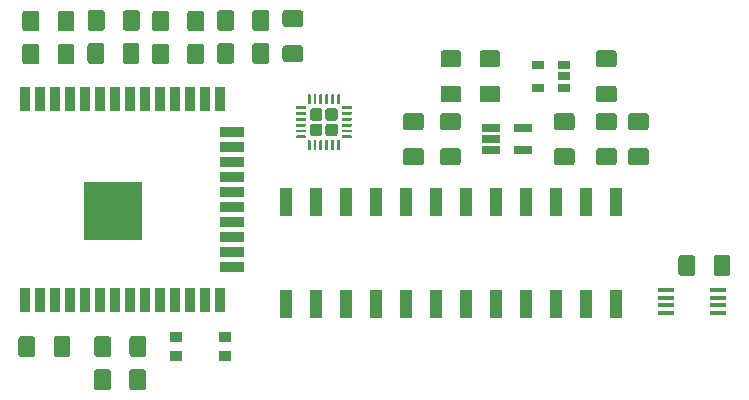
<source format=gbr>
G04 #@! TF.GenerationSoftware,KiCad,Pcbnew,5.1.5+dfsg1-2build2*
G04 #@! TF.CreationDate,2020-08-28T17:04:02+02:00*
G04 #@! TF.ProjectId,System Air,53797374-656d-4204-9169-722e6b696361,rev?*
G04 #@! TF.SameCoordinates,Original*
G04 #@! TF.FileFunction,Paste,Top*
G04 #@! TF.FilePolarity,Positive*
%FSLAX46Y46*%
G04 Gerber Fmt 4.6, Leading zero omitted, Abs format (unit mm)*
G04 Created by KiCad (PCBNEW 5.1.5+dfsg1-2build2) date 2020-08-28 17:04:02*
%MOMM*%
%LPD*%
G04 APERTURE LIST*
%ADD10R,1.120000X2.440000*%
%ADD11C,0.100000*%
%ADD12R,1.000000X0.900000*%
%ADD13R,5.000000X5.000000*%
%ADD14R,0.900000X2.000000*%
%ADD15R,2.000000X0.900000*%
%ADD16R,1.560000X0.650000*%
%ADD17R,1.450000X0.450000*%
%ADD18R,1.060000X0.650000*%
G04 APERTURE END LIST*
D10*
X120751600Y-96736200D03*
X148691600Y-105346200D03*
X123291600Y-96736200D03*
X146151600Y-105346200D03*
X125831600Y-96736200D03*
X143611600Y-105346200D03*
X128371600Y-96736200D03*
X141071600Y-105346200D03*
X130911600Y-96736200D03*
X138531600Y-105346200D03*
X133451600Y-96736200D03*
X135991600Y-105346200D03*
X135991600Y-96736200D03*
X133451600Y-105346200D03*
X138531600Y-96736200D03*
X130911600Y-105346200D03*
X141071600Y-96736200D03*
X128371600Y-105346200D03*
X143611600Y-96736200D03*
X125831600Y-105346200D03*
X146151600Y-96736200D03*
X123291600Y-105346200D03*
X148691600Y-96736200D03*
X120751600Y-105346200D03*
D11*
G36*
X135397608Y-83896062D02*
G01*
X135421877Y-83899662D01*
X135445675Y-83905623D01*
X135468775Y-83913888D01*
X135490953Y-83924378D01*
X135511997Y-83936991D01*
X135531702Y-83951605D01*
X135549881Y-83968081D01*
X135566357Y-83986260D01*
X135580971Y-84005965D01*
X135593584Y-84027009D01*
X135604074Y-84049187D01*
X135612339Y-84072287D01*
X135618300Y-84096085D01*
X135621900Y-84120354D01*
X135623104Y-84144858D01*
X135623104Y-85069858D01*
X135621900Y-85094362D01*
X135618300Y-85118631D01*
X135612339Y-85142429D01*
X135604074Y-85165529D01*
X135593584Y-85187707D01*
X135580971Y-85208751D01*
X135566357Y-85228456D01*
X135549881Y-85246635D01*
X135531702Y-85263111D01*
X135511997Y-85277725D01*
X135490953Y-85290338D01*
X135468775Y-85300828D01*
X135445675Y-85309093D01*
X135421877Y-85315054D01*
X135397608Y-85318654D01*
X135373104Y-85319858D01*
X134123104Y-85319858D01*
X134098600Y-85318654D01*
X134074331Y-85315054D01*
X134050533Y-85309093D01*
X134027433Y-85300828D01*
X134005255Y-85290338D01*
X133984211Y-85277725D01*
X133964506Y-85263111D01*
X133946327Y-85246635D01*
X133929851Y-85228456D01*
X133915237Y-85208751D01*
X133902624Y-85187707D01*
X133892134Y-85165529D01*
X133883869Y-85142429D01*
X133877908Y-85118631D01*
X133874308Y-85094362D01*
X133873104Y-85069858D01*
X133873104Y-84144858D01*
X133874308Y-84120354D01*
X133877908Y-84096085D01*
X133883869Y-84072287D01*
X133892134Y-84049187D01*
X133902624Y-84027009D01*
X133915237Y-84005965D01*
X133929851Y-83986260D01*
X133946327Y-83968081D01*
X133964506Y-83951605D01*
X133984211Y-83936991D01*
X134005255Y-83924378D01*
X134027433Y-83913888D01*
X134050533Y-83905623D01*
X134074331Y-83899662D01*
X134098600Y-83896062D01*
X134123104Y-83894858D01*
X135373104Y-83894858D01*
X135397608Y-83896062D01*
G37*
G36*
X135397608Y-86871062D02*
G01*
X135421877Y-86874662D01*
X135445675Y-86880623D01*
X135468775Y-86888888D01*
X135490953Y-86899378D01*
X135511997Y-86911991D01*
X135531702Y-86926605D01*
X135549881Y-86943081D01*
X135566357Y-86961260D01*
X135580971Y-86980965D01*
X135593584Y-87002009D01*
X135604074Y-87024187D01*
X135612339Y-87047287D01*
X135618300Y-87071085D01*
X135621900Y-87095354D01*
X135623104Y-87119858D01*
X135623104Y-88044858D01*
X135621900Y-88069362D01*
X135618300Y-88093631D01*
X135612339Y-88117429D01*
X135604074Y-88140529D01*
X135593584Y-88162707D01*
X135580971Y-88183751D01*
X135566357Y-88203456D01*
X135549881Y-88221635D01*
X135531702Y-88238111D01*
X135511997Y-88252725D01*
X135490953Y-88265338D01*
X135468775Y-88275828D01*
X135445675Y-88284093D01*
X135421877Y-88290054D01*
X135397608Y-88293654D01*
X135373104Y-88294858D01*
X134123104Y-88294858D01*
X134098600Y-88293654D01*
X134074331Y-88290054D01*
X134050533Y-88284093D01*
X134027433Y-88275828D01*
X134005255Y-88265338D01*
X133984211Y-88252725D01*
X133964506Y-88238111D01*
X133946327Y-88221635D01*
X133929851Y-88203456D01*
X133915237Y-88183751D01*
X133902624Y-88162707D01*
X133892134Y-88140529D01*
X133883869Y-88117429D01*
X133877908Y-88093631D01*
X133874308Y-88069362D01*
X133873104Y-88044858D01*
X133873104Y-87119858D01*
X133874308Y-87095354D01*
X133877908Y-87071085D01*
X133883869Y-87047287D01*
X133892134Y-87024187D01*
X133902624Y-87002009D01*
X133915237Y-86980965D01*
X133929851Y-86961260D01*
X133946327Y-86943081D01*
X133964506Y-86926605D01*
X133984211Y-86911991D01*
X134005255Y-86899378D01*
X134027433Y-86888888D01*
X134050533Y-86880623D01*
X134074331Y-86874662D01*
X134098600Y-86871062D01*
X134123104Y-86869858D01*
X135373104Y-86869858D01*
X135397608Y-86871062D01*
G37*
G36*
X108705304Y-110886204D02*
G01*
X108729573Y-110889804D01*
X108753371Y-110895765D01*
X108776471Y-110904030D01*
X108798649Y-110914520D01*
X108819693Y-110927133D01*
X108839398Y-110941747D01*
X108857577Y-110958223D01*
X108874053Y-110976402D01*
X108888667Y-110996107D01*
X108901280Y-111017151D01*
X108911770Y-111039329D01*
X108920035Y-111062429D01*
X108925996Y-111086227D01*
X108929596Y-111110496D01*
X108930800Y-111135000D01*
X108930800Y-112385000D01*
X108929596Y-112409504D01*
X108925996Y-112433773D01*
X108920035Y-112457571D01*
X108911770Y-112480671D01*
X108901280Y-112502849D01*
X108888667Y-112523893D01*
X108874053Y-112543598D01*
X108857577Y-112561777D01*
X108839398Y-112578253D01*
X108819693Y-112592867D01*
X108798649Y-112605480D01*
X108776471Y-112615970D01*
X108753371Y-112624235D01*
X108729573Y-112630196D01*
X108705304Y-112633796D01*
X108680800Y-112635000D01*
X107755800Y-112635000D01*
X107731296Y-112633796D01*
X107707027Y-112630196D01*
X107683229Y-112624235D01*
X107660129Y-112615970D01*
X107637951Y-112605480D01*
X107616907Y-112592867D01*
X107597202Y-112578253D01*
X107579023Y-112561777D01*
X107562547Y-112543598D01*
X107547933Y-112523893D01*
X107535320Y-112502849D01*
X107524830Y-112480671D01*
X107516565Y-112457571D01*
X107510604Y-112433773D01*
X107507004Y-112409504D01*
X107505800Y-112385000D01*
X107505800Y-111135000D01*
X107507004Y-111110496D01*
X107510604Y-111086227D01*
X107516565Y-111062429D01*
X107524830Y-111039329D01*
X107535320Y-111017151D01*
X107547933Y-110996107D01*
X107562547Y-110976402D01*
X107579023Y-110958223D01*
X107597202Y-110941747D01*
X107616907Y-110927133D01*
X107637951Y-110914520D01*
X107660129Y-110904030D01*
X107683229Y-110895765D01*
X107707027Y-110889804D01*
X107731296Y-110886204D01*
X107755800Y-110885000D01*
X108680800Y-110885000D01*
X108705304Y-110886204D01*
G37*
G36*
X105730304Y-110886204D02*
G01*
X105754573Y-110889804D01*
X105778371Y-110895765D01*
X105801471Y-110904030D01*
X105823649Y-110914520D01*
X105844693Y-110927133D01*
X105864398Y-110941747D01*
X105882577Y-110958223D01*
X105899053Y-110976402D01*
X105913667Y-110996107D01*
X105926280Y-111017151D01*
X105936770Y-111039329D01*
X105945035Y-111062429D01*
X105950996Y-111086227D01*
X105954596Y-111110496D01*
X105955800Y-111135000D01*
X105955800Y-112385000D01*
X105954596Y-112409504D01*
X105950996Y-112433773D01*
X105945035Y-112457571D01*
X105936770Y-112480671D01*
X105926280Y-112502849D01*
X105913667Y-112523893D01*
X105899053Y-112543598D01*
X105882577Y-112561777D01*
X105864398Y-112578253D01*
X105844693Y-112592867D01*
X105823649Y-112605480D01*
X105801471Y-112615970D01*
X105778371Y-112624235D01*
X105754573Y-112630196D01*
X105730304Y-112633796D01*
X105705800Y-112635000D01*
X104780800Y-112635000D01*
X104756296Y-112633796D01*
X104732027Y-112630196D01*
X104708229Y-112624235D01*
X104685129Y-112615970D01*
X104662951Y-112605480D01*
X104641907Y-112592867D01*
X104622202Y-112578253D01*
X104604023Y-112561777D01*
X104587547Y-112543598D01*
X104572933Y-112523893D01*
X104560320Y-112502849D01*
X104549830Y-112480671D01*
X104541565Y-112457571D01*
X104535604Y-112433773D01*
X104532004Y-112409504D01*
X104530800Y-112385000D01*
X104530800Y-111135000D01*
X104532004Y-111110496D01*
X104535604Y-111086227D01*
X104541565Y-111062429D01*
X104549830Y-111039329D01*
X104560320Y-111017151D01*
X104572933Y-110996107D01*
X104587547Y-110976402D01*
X104604023Y-110958223D01*
X104622202Y-110941747D01*
X104641907Y-110927133D01*
X104662951Y-110914520D01*
X104685129Y-110904030D01*
X104708229Y-110895765D01*
X104732027Y-110889804D01*
X104756296Y-110886204D01*
X104780800Y-110885000D01*
X105705800Y-110885000D01*
X105730304Y-110886204D01*
G37*
G36*
X144993366Y-92184208D02*
G01*
X145017635Y-92187808D01*
X145041433Y-92193769D01*
X145064533Y-92202034D01*
X145086711Y-92212524D01*
X145107755Y-92225137D01*
X145127460Y-92239751D01*
X145145639Y-92256227D01*
X145162115Y-92274406D01*
X145176729Y-92294111D01*
X145189342Y-92315155D01*
X145199832Y-92337333D01*
X145208097Y-92360433D01*
X145214058Y-92384231D01*
X145217658Y-92408500D01*
X145218862Y-92433004D01*
X145218862Y-93358004D01*
X145217658Y-93382508D01*
X145214058Y-93406777D01*
X145208097Y-93430575D01*
X145199832Y-93453675D01*
X145189342Y-93475853D01*
X145176729Y-93496897D01*
X145162115Y-93516602D01*
X145145639Y-93534781D01*
X145127460Y-93551257D01*
X145107755Y-93565871D01*
X145086711Y-93578484D01*
X145064533Y-93588974D01*
X145041433Y-93597239D01*
X145017635Y-93603200D01*
X144993366Y-93606800D01*
X144968862Y-93608004D01*
X143718862Y-93608004D01*
X143694358Y-93606800D01*
X143670089Y-93603200D01*
X143646291Y-93597239D01*
X143623191Y-93588974D01*
X143601013Y-93578484D01*
X143579969Y-93565871D01*
X143560264Y-93551257D01*
X143542085Y-93534781D01*
X143525609Y-93516602D01*
X143510995Y-93496897D01*
X143498382Y-93475853D01*
X143487892Y-93453675D01*
X143479627Y-93430575D01*
X143473666Y-93406777D01*
X143470066Y-93382508D01*
X143468862Y-93358004D01*
X143468862Y-92433004D01*
X143470066Y-92408500D01*
X143473666Y-92384231D01*
X143479627Y-92360433D01*
X143487892Y-92337333D01*
X143498382Y-92315155D01*
X143510995Y-92294111D01*
X143525609Y-92274406D01*
X143542085Y-92256227D01*
X143560264Y-92239751D01*
X143579969Y-92225137D01*
X143601013Y-92212524D01*
X143623191Y-92202034D01*
X143646291Y-92193769D01*
X143670089Y-92187808D01*
X143694358Y-92184208D01*
X143718862Y-92183004D01*
X144968862Y-92183004D01*
X144993366Y-92184208D01*
G37*
G36*
X144993366Y-89209208D02*
G01*
X145017635Y-89212808D01*
X145041433Y-89218769D01*
X145064533Y-89227034D01*
X145086711Y-89237524D01*
X145107755Y-89250137D01*
X145127460Y-89264751D01*
X145145639Y-89281227D01*
X145162115Y-89299406D01*
X145176729Y-89319111D01*
X145189342Y-89340155D01*
X145199832Y-89362333D01*
X145208097Y-89385433D01*
X145214058Y-89409231D01*
X145217658Y-89433500D01*
X145218862Y-89458004D01*
X145218862Y-90383004D01*
X145217658Y-90407508D01*
X145214058Y-90431777D01*
X145208097Y-90455575D01*
X145199832Y-90478675D01*
X145189342Y-90500853D01*
X145176729Y-90521897D01*
X145162115Y-90541602D01*
X145145639Y-90559781D01*
X145127460Y-90576257D01*
X145107755Y-90590871D01*
X145086711Y-90603484D01*
X145064533Y-90613974D01*
X145041433Y-90622239D01*
X145017635Y-90628200D01*
X144993366Y-90631800D01*
X144968862Y-90633004D01*
X143718862Y-90633004D01*
X143694358Y-90631800D01*
X143670089Y-90628200D01*
X143646291Y-90622239D01*
X143623191Y-90613974D01*
X143601013Y-90603484D01*
X143579969Y-90590871D01*
X143560264Y-90576257D01*
X143542085Y-90559781D01*
X143525609Y-90541602D01*
X143510995Y-90521897D01*
X143498382Y-90500853D01*
X143487892Y-90478675D01*
X143479627Y-90455575D01*
X143473666Y-90431777D01*
X143470066Y-90407508D01*
X143468862Y-90383004D01*
X143468862Y-89458004D01*
X143470066Y-89433500D01*
X143473666Y-89409231D01*
X143479627Y-89385433D01*
X143487892Y-89362333D01*
X143498382Y-89340155D01*
X143510995Y-89319111D01*
X143525609Y-89299406D01*
X143542085Y-89281227D01*
X143560264Y-89264751D01*
X143579969Y-89250137D01*
X143601013Y-89237524D01*
X143623191Y-89227034D01*
X143646291Y-89218769D01*
X143670089Y-89212808D01*
X143694358Y-89209208D01*
X143718862Y-89208004D01*
X144968862Y-89208004D01*
X144993366Y-89209208D01*
G37*
G36*
X148554366Y-89209208D02*
G01*
X148578635Y-89212808D01*
X148602433Y-89218769D01*
X148625533Y-89227034D01*
X148647711Y-89237524D01*
X148668755Y-89250137D01*
X148688460Y-89264751D01*
X148706639Y-89281227D01*
X148723115Y-89299406D01*
X148737729Y-89319111D01*
X148750342Y-89340155D01*
X148760832Y-89362333D01*
X148769097Y-89385433D01*
X148775058Y-89409231D01*
X148778658Y-89433500D01*
X148779862Y-89458004D01*
X148779862Y-90383004D01*
X148778658Y-90407508D01*
X148775058Y-90431777D01*
X148769097Y-90455575D01*
X148760832Y-90478675D01*
X148750342Y-90500853D01*
X148737729Y-90521897D01*
X148723115Y-90541602D01*
X148706639Y-90559781D01*
X148688460Y-90576257D01*
X148668755Y-90590871D01*
X148647711Y-90603484D01*
X148625533Y-90613974D01*
X148602433Y-90622239D01*
X148578635Y-90628200D01*
X148554366Y-90631800D01*
X148529862Y-90633004D01*
X147279862Y-90633004D01*
X147255358Y-90631800D01*
X147231089Y-90628200D01*
X147207291Y-90622239D01*
X147184191Y-90613974D01*
X147162013Y-90603484D01*
X147140969Y-90590871D01*
X147121264Y-90576257D01*
X147103085Y-90559781D01*
X147086609Y-90541602D01*
X147071995Y-90521897D01*
X147059382Y-90500853D01*
X147048892Y-90478675D01*
X147040627Y-90455575D01*
X147034666Y-90431777D01*
X147031066Y-90407508D01*
X147029862Y-90383004D01*
X147029862Y-89458004D01*
X147031066Y-89433500D01*
X147034666Y-89409231D01*
X147040627Y-89385433D01*
X147048892Y-89362333D01*
X147059382Y-89340155D01*
X147071995Y-89319111D01*
X147086609Y-89299406D01*
X147103085Y-89281227D01*
X147121264Y-89264751D01*
X147140969Y-89250137D01*
X147162013Y-89237524D01*
X147184191Y-89227034D01*
X147207291Y-89218769D01*
X147231089Y-89212808D01*
X147255358Y-89209208D01*
X147279862Y-89208004D01*
X148529862Y-89208004D01*
X148554366Y-89209208D01*
G37*
G36*
X148554366Y-92184208D02*
G01*
X148578635Y-92187808D01*
X148602433Y-92193769D01*
X148625533Y-92202034D01*
X148647711Y-92212524D01*
X148668755Y-92225137D01*
X148688460Y-92239751D01*
X148706639Y-92256227D01*
X148723115Y-92274406D01*
X148737729Y-92294111D01*
X148750342Y-92315155D01*
X148760832Y-92337333D01*
X148769097Y-92360433D01*
X148775058Y-92384231D01*
X148778658Y-92408500D01*
X148779862Y-92433004D01*
X148779862Y-93358004D01*
X148778658Y-93382508D01*
X148775058Y-93406777D01*
X148769097Y-93430575D01*
X148760832Y-93453675D01*
X148750342Y-93475853D01*
X148737729Y-93496897D01*
X148723115Y-93516602D01*
X148706639Y-93534781D01*
X148688460Y-93551257D01*
X148668755Y-93565871D01*
X148647711Y-93578484D01*
X148625533Y-93588974D01*
X148602433Y-93597239D01*
X148578635Y-93603200D01*
X148554366Y-93606800D01*
X148529862Y-93608004D01*
X147279862Y-93608004D01*
X147255358Y-93606800D01*
X147231089Y-93603200D01*
X147207291Y-93597239D01*
X147184191Y-93588974D01*
X147162013Y-93578484D01*
X147140969Y-93565871D01*
X147121264Y-93551257D01*
X147103085Y-93534781D01*
X147086609Y-93516602D01*
X147071995Y-93496897D01*
X147059382Y-93475853D01*
X147048892Y-93453675D01*
X147040627Y-93430575D01*
X147034666Y-93406777D01*
X147031066Y-93382508D01*
X147029862Y-93358004D01*
X147029862Y-92433004D01*
X147031066Y-92408500D01*
X147034666Y-92384231D01*
X147040627Y-92360433D01*
X147048892Y-92337333D01*
X147059382Y-92315155D01*
X147071995Y-92294111D01*
X147086609Y-92274406D01*
X147103085Y-92256227D01*
X147121264Y-92239751D01*
X147140969Y-92225137D01*
X147162013Y-92212524D01*
X147184191Y-92202034D01*
X147207291Y-92193769D01*
X147231089Y-92187808D01*
X147255358Y-92184208D01*
X147279862Y-92183004D01*
X148529862Y-92183004D01*
X148554366Y-92184208D01*
G37*
G36*
X102304504Y-108092204D02*
G01*
X102328773Y-108095804D01*
X102352571Y-108101765D01*
X102375671Y-108110030D01*
X102397849Y-108120520D01*
X102418893Y-108133133D01*
X102438598Y-108147747D01*
X102456777Y-108164223D01*
X102473253Y-108182402D01*
X102487867Y-108202107D01*
X102500480Y-108223151D01*
X102510970Y-108245329D01*
X102519235Y-108268429D01*
X102525196Y-108292227D01*
X102528796Y-108316496D01*
X102530000Y-108341000D01*
X102530000Y-109591000D01*
X102528796Y-109615504D01*
X102525196Y-109639773D01*
X102519235Y-109663571D01*
X102510970Y-109686671D01*
X102500480Y-109708849D01*
X102487867Y-109729893D01*
X102473253Y-109749598D01*
X102456777Y-109767777D01*
X102438598Y-109784253D01*
X102418893Y-109798867D01*
X102397849Y-109811480D01*
X102375671Y-109821970D01*
X102352571Y-109830235D01*
X102328773Y-109836196D01*
X102304504Y-109839796D01*
X102280000Y-109841000D01*
X101355000Y-109841000D01*
X101330496Y-109839796D01*
X101306227Y-109836196D01*
X101282429Y-109830235D01*
X101259329Y-109821970D01*
X101237151Y-109811480D01*
X101216107Y-109798867D01*
X101196402Y-109784253D01*
X101178223Y-109767777D01*
X101161747Y-109749598D01*
X101147133Y-109729893D01*
X101134520Y-109708849D01*
X101124030Y-109686671D01*
X101115765Y-109663571D01*
X101109804Y-109639773D01*
X101106204Y-109615504D01*
X101105000Y-109591000D01*
X101105000Y-108341000D01*
X101106204Y-108316496D01*
X101109804Y-108292227D01*
X101115765Y-108268429D01*
X101124030Y-108245329D01*
X101134520Y-108223151D01*
X101147133Y-108202107D01*
X101161747Y-108182402D01*
X101178223Y-108164223D01*
X101196402Y-108147747D01*
X101216107Y-108133133D01*
X101237151Y-108120520D01*
X101259329Y-108110030D01*
X101282429Y-108101765D01*
X101306227Y-108095804D01*
X101330496Y-108092204D01*
X101355000Y-108091000D01*
X102280000Y-108091000D01*
X102304504Y-108092204D01*
G37*
G36*
X99329504Y-108092204D02*
G01*
X99353773Y-108095804D01*
X99377571Y-108101765D01*
X99400671Y-108110030D01*
X99422849Y-108120520D01*
X99443893Y-108133133D01*
X99463598Y-108147747D01*
X99481777Y-108164223D01*
X99498253Y-108182402D01*
X99512867Y-108202107D01*
X99525480Y-108223151D01*
X99535970Y-108245329D01*
X99544235Y-108268429D01*
X99550196Y-108292227D01*
X99553796Y-108316496D01*
X99555000Y-108341000D01*
X99555000Y-109591000D01*
X99553796Y-109615504D01*
X99550196Y-109639773D01*
X99544235Y-109663571D01*
X99535970Y-109686671D01*
X99525480Y-109708849D01*
X99512867Y-109729893D01*
X99498253Y-109749598D01*
X99481777Y-109767777D01*
X99463598Y-109784253D01*
X99443893Y-109798867D01*
X99422849Y-109811480D01*
X99400671Y-109821970D01*
X99377571Y-109830235D01*
X99353773Y-109836196D01*
X99329504Y-109839796D01*
X99305000Y-109841000D01*
X98380000Y-109841000D01*
X98355496Y-109839796D01*
X98331227Y-109836196D01*
X98307429Y-109830235D01*
X98284329Y-109821970D01*
X98262151Y-109811480D01*
X98241107Y-109798867D01*
X98221402Y-109784253D01*
X98203223Y-109767777D01*
X98186747Y-109749598D01*
X98172133Y-109729893D01*
X98159520Y-109708849D01*
X98149030Y-109686671D01*
X98140765Y-109663571D01*
X98134804Y-109639773D01*
X98131204Y-109615504D01*
X98130000Y-109591000D01*
X98130000Y-108341000D01*
X98131204Y-108316496D01*
X98134804Y-108292227D01*
X98140765Y-108268429D01*
X98149030Y-108245329D01*
X98159520Y-108223151D01*
X98172133Y-108202107D01*
X98186747Y-108182402D01*
X98203223Y-108164223D01*
X98221402Y-108147747D01*
X98241107Y-108133133D01*
X98262151Y-108120520D01*
X98284329Y-108110030D01*
X98307429Y-108101765D01*
X98331227Y-108095804D01*
X98355496Y-108092204D01*
X98380000Y-108091000D01*
X99305000Y-108091000D01*
X99329504Y-108092204D01*
G37*
G36*
X148554366Y-83896062D02*
G01*
X148578635Y-83899662D01*
X148602433Y-83905623D01*
X148625533Y-83913888D01*
X148647711Y-83924378D01*
X148668755Y-83936991D01*
X148688460Y-83951605D01*
X148706639Y-83968081D01*
X148723115Y-83986260D01*
X148737729Y-84005965D01*
X148750342Y-84027009D01*
X148760832Y-84049187D01*
X148769097Y-84072287D01*
X148775058Y-84096085D01*
X148778658Y-84120354D01*
X148779862Y-84144858D01*
X148779862Y-85069858D01*
X148778658Y-85094362D01*
X148775058Y-85118631D01*
X148769097Y-85142429D01*
X148760832Y-85165529D01*
X148750342Y-85187707D01*
X148737729Y-85208751D01*
X148723115Y-85228456D01*
X148706639Y-85246635D01*
X148688460Y-85263111D01*
X148668755Y-85277725D01*
X148647711Y-85290338D01*
X148625533Y-85300828D01*
X148602433Y-85309093D01*
X148578635Y-85315054D01*
X148554366Y-85318654D01*
X148529862Y-85319858D01*
X147279862Y-85319858D01*
X147255358Y-85318654D01*
X147231089Y-85315054D01*
X147207291Y-85309093D01*
X147184191Y-85300828D01*
X147162013Y-85290338D01*
X147140969Y-85277725D01*
X147121264Y-85263111D01*
X147103085Y-85246635D01*
X147086609Y-85228456D01*
X147071995Y-85208751D01*
X147059382Y-85187707D01*
X147048892Y-85165529D01*
X147040627Y-85142429D01*
X147034666Y-85118631D01*
X147031066Y-85094362D01*
X147029862Y-85069858D01*
X147029862Y-84144858D01*
X147031066Y-84120354D01*
X147034666Y-84096085D01*
X147040627Y-84072287D01*
X147048892Y-84049187D01*
X147059382Y-84027009D01*
X147071995Y-84005965D01*
X147086609Y-83986260D01*
X147103085Y-83968081D01*
X147121264Y-83951605D01*
X147140969Y-83936991D01*
X147162013Y-83924378D01*
X147184191Y-83913888D01*
X147207291Y-83905623D01*
X147231089Y-83899662D01*
X147255358Y-83896062D01*
X147279862Y-83894858D01*
X148529862Y-83894858D01*
X148554366Y-83896062D01*
G37*
G36*
X148554366Y-86871062D02*
G01*
X148578635Y-86874662D01*
X148602433Y-86880623D01*
X148625533Y-86888888D01*
X148647711Y-86899378D01*
X148668755Y-86911991D01*
X148688460Y-86926605D01*
X148706639Y-86943081D01*
X148723115Y-86961260D01*
X148737729Y-86980965D01*
X148750342Y-87002009D01*
X148760832Y-87024187D01*
X148769097Y-87047287D01*
X148775058Y-87071085D01*
X148778658Y-87095354D01*
X148779862Y-87119858D01*
X148779862Y-88044858D01*
X148778658Y-88069362D01*
X148775058Y-88093631D01*
X148769097Y-88117429D01*
X148760832Y-88140529D01*
X148750342Y-88162707D01*
X148737729Y-88183751D01*
X148723115Y-88203456D01*
X148706639Y-88221635D01*
X148688460Y-88238111D01*
X148668755Y-88252725D01*
X148647711Y-88265338D01*
X148625533Y-88275828D01*
X148602433Y-88284093D01*
X148578635Y-88290054D01*
X148554366Y-88293654D01*
X148529862Y-88294858D01*
X147279862Y-88294858D01*
X147255358Y-88293654D01*
X147231089Y-88290054D01*
X147207291Y-88284093D01*
X147184191Y-88275828D01*
X147162013Y-88265338D01*
X147140969Y-88252725D01*
X147121264Y-88238111D01*
X147103085Y-88221635D01*
X147086609Y-88203456D01*
X147071995Y-88183751D01*
X147059382Y-88162707D01*
X147048892Y-88140529D01*
X147040627Y-88117429D01*
X147034666Y-88093631D01*
X147031066Y-88069362D01*
X147029862Y-88044858D01*
X147029862Y-87119858D01*
X147031066Y-87095354D01*
X147034666Y-87071085D01*
X147040627Y-87047287D01*
X147048892Y-87024187D01*
X147059382Y-87002009D01*
X147071995Y-86980965D01*
X147086609Y-86961260D01*
X147103085Y-86943081D01*
X147121264Y-86926605D01*
X147140969Y-86911991D01*
X147162013Y-86899378D01*
X147184191Y-86888888D01*
X147207291Y-86880623D01*
X147231089Y-86874662D01*
X147255358Y-86871062D01*
X147279862Y-86869858D01*
X148529862Y-86869858D01*
X148554366Y-86871062D01*
G37*
G36*
X122011904Y-80488204D02*
G01*
X122036173Y-80491804D01*
X122059971Y-80497765D01*
X122083071Y-80506030D01*
X122105249Y-80516520D01*
X122126293Y-80529133D01*
X122145998Y-80543747D01*
X122164177Y-80560223D01*
X122180653Y-80578402D01*
X122195267Y-80598107D01*
X122207880Y-80619151D01*
X122218370Y-80641329D01*
X122226635Y-80664429D01*
X122232596Y-80688227D01*
X122236196Y-80712496D01*
X122237400Y-80737000D01*
X122237400Y-81662000D01*
X122236196Y-81686504D01*
X122232596Y-81710773D01*
X122226635Y-81734571D01*
X122218370Y-81757671D01*
X122207880Y-81779849D01*
X122195267Y-81800893D01*
X122180653Y-81820598D01*
X122164177Y-81838777D01*
X122145998Y-81855253D01*
X122126293Y-81869867D01*
X122105249Y-81882480D01*
X122083071Y-81892970D01*
X122059971Y-81901235D01*
X122036173Y-81907196D01*
X122011904Y-81910796D01*
X121987400Y-81912000D01*
X120737400Y-81912000D01*
X120712896Y-81910796D01*
X120688627Y-81907196D01*
X120664829Y-81901235D01*
X120641729Y-81892970D01*
X120619551Y-81882480D01*
X120598507Y-81869867D01*
X120578802Y-81855253D01*
X120560623Y-81838777D01*
X120544147Y-81820598D01*
X120529533Y-81800893D01*
X120516920Y-81779849D01*
X120506430Y-81757671D01*
X120498165Y-81734571D01*
X120492204Y-81710773D01*
X120488604Y-81686504D01*
X120487400Y-81662000D01*
X120487400Y-80737000D01*
X120488604Y-80712496D01*
X120492204Y-80688227D01*
X120498165Y-80664429D01*
X120506430Y-80641329D01*
X120516920Y-80619151D01*
X120529533Y-80598107D01*
X120544147Y-80578402D01*
X120560623Y-80560223D01*
X120578802Y-80543747D01*
X120598507Y-80529133D01*
X120619551Y-80516520D01*
X120641729Y-80506030D01*
X120664829Y-80497765D01*
X120688627Y-80491804D01*
X120712896Y-80488204D01*
X120737400Y-80487000D01*
X121987400Y-80487000D01*
X122011904Y-80488204D01*
G37*
G36*
X122011904Y-83463204D02*
G01*
X122036173Y-83466804D01*
X122059971Y-83472765D01*
X122083071Y-83481030D01*
X122105249Y-83491520D01*
X122126293Y-83504133D01*
X122145998Y-83518747D01*
X122164177Y-83535223D01*
X122180653Y-83553402D01*
X122195267Y-83573107D01*
X122207880Y-83594151D01*
X122218370Y-83616329D01*
X122226635Y-83639429D01*
X122232596Y-83663227D01*
X122236196Y-83687496D01*
X122237400Y-83712000D01*
X122237400Y-84637000D01*
X122236196Y-84661504D01*
X122232596Y-84685773D01*
X122226635Y-84709571D01*
X122218370Y-84732671D01*
X122207880Y-84754849D01*
X122195267Y-84775893D01*
X122180653Y-84795598D01*
X122164177Y-84813777D01*
X122145998Y-84830253D01*
X122126293Y-84844867D01*
X122105249Y-84857480D01*
X122083071Y-84867970D01*
X122059971Y-84876235D01*
X122036173Y-84882196D01*
X122011904Y-84885796D01*
X121987400Y-84887000D01*
X120737400Y-84887000D01*
X120712896Y-84885796D01*
X120688627Y-84882196D01*
X120664829Y-84876235D01*
X120641729Y-84867970D01*
X120619551Y-84857480D01*
X120598507Y-84844867D01*
X120578802Y-84830253D01*
X120560623Y-84813777D01*
X120544147Y-84795598D01*
X120529533Y-84775893D01*
X120516920Y-84754849D01*
X120506430Y-84732671D01*
X120498165Y-84709571D01*
X120492204Y-84685773D01*
X120488604Y-84661504D01*
X120487400Y-84637000D01*
X120487400Y-83712000D01*
X120488604Y-83687496D01*
X120492204Y-83663227D01*
X120498165Y-83639429D01*
X120506430Y-83616329D01*
X120516920Y-83594151D01*
X120529533Y-83573107D01*
X120544147Y-83553402D01*
X120560623Y-83535223D01*
X120578802Y-83518747D01*
X120598507Y-83504133D01*
X120619551Y-83491520D01*
X120641729Y-83481030D01*
X120664829Y-83472765D01*
X120688627Y-83466804D01*
X120712896Y-83463204D01*
X120737400Y-83462000D01*
X121987400Y-83462000D01*
X122011904Y-83463204D01*
G37*
G36*
X155209504Y-101234204D02*
G01*
X155233773Y-101237804D01*
X155257571Y-101243765D01*
X155280671Y-101252030D01*
X155302849Y-101262520D01*
X155323893Y-101275133D01*
X155343598Y-101289747D01*
X155361777Y-101306223D01*
X155378253Y-101324402D01*
X155392867Y-101344107D01*
X155405480Y-101365151D01*
X155415970Y-101387329D01*
X155424235Y-101410429D01*
X155430196Y-101434227D01*
X155433796Y-101458496D01*
X155435000Y-101483000D01*
X155435000Y-102733000D01*
X155433796Y-102757504D01*
X155430196Y-102781773D01*
X155424235Y-102805571D01*
X155415970Y-102828671D01*
X155405480Y-102850849D01*
X155392867Y-102871893D01*
X155378253Y-102891598D01*
X155361777Y-102909777D01*
X155343598Y-102926253D01*
X155323893Y-102940867D01*
X155302849Y-102953480D01*
X155280671Y-102963970D01*
X155257571Y-102972235D01*
X155233773Y-102978196D01*
X155209504Y-102981796D01*
X155185000Y-102983000D01*
X154260000Y-102983000D01*
X154235496Y-102981796D01*
X154211227Y-102978196D01*
X154187429Y-102972235D01*
X154164329Y-102963970D01*
X154142151Y-102953480D01*
X154121107Y-102940867D01*
X154101402Y-102926253D01*
X154083223Y-102909777D01*
X154066747Y-102891598D01*
X154052133Y-102871893D01*
X154039520Y-102850849D01*
X154029030Y-102828671D01*
X154020765Y-102805571D01*
X154014804Y-102781773D01*
X154011204Y-102757504D01*
X154010000Y-102733000D01*
X154010000Y-101483000D01*
X154011204Y-101458496D01*
X154014804Y-101434227D01*
X154020765Y-101410429D01*
X154029030Y-101387329D01*
X154039520Y-101365151D01*
X154052133Y-101344107D01*
X154066747Y-101324402D01*
X154083223Y-101306223D01*
X154101402Y-101289747D01*
X154121107Y-101275133D01*
X154142151Y-101262520D01*
X154164329Y-101252030D01*
X154187429Y-101243765D01*
X154211227Y-101237804D01*
X154235496Y-101234204D01*
X154260000Y-101233000D01*
X155185000Y-101233000D01*
X155209504Y-101234204D01*
G37*
G36*
X158184504Y-101234204D02*
G01*
X158208773Y-101237804D01*
X158232571Y-101243765D01*
X158255671Y-101252030D01*
X158277849Y-101262520D01*
X158298893Y-101275133D01*
X158318598Y-101289747D01*
X158336777Y-101306223D01*
X158353253Y-101324402D01*
X158367867Y-101344107D01*
X158380480Y-101365151D01*
X158390970Y-101387329D01*
X158399235Y-101410429D01*
X158405196Y-101434227D01*
X158408796Y-101458496D01*
X158410000Y-101483000D01*
X158410000Y-102733000D01*
X158408796Y-102757504D01*
X158405196Y-102781773D01*
X158399235Y-102805571D01*
X158390970Y-102828671D01*
X158380480Y-102850849D01*
X158367867Y-102871893D01*
X158353253Y-102891598D01*
X158336777Y-102909777D01*
X158318598Y-102926253D01*
X158298893Y-102940867D01*
X158277849Y-102953480D01*
X158255671Y-102963970D01*
X158232571Y-102972235D01*
X158208773Y-102978196D01*
X158184504Y-102981796D01*
X158160000Y-102983000D01*
X157235000Y-102983000D01*
X157210496Y-102981796D01*
X157186227Y-102978196D01*
X157162429Y-102972235D01*
X157139329Y-102963970D01*
X157117151Y-102953480D01*
X157096107Y-102940867D01*
X157076402Y-102926253D01*
X157058223Y-102909777D01*
X157041747Y-102891598D01*
X157027133Y-102871893D01*
X157014520Y-102850849D01*
X157004030Y-102828671D01*
X156995765Y-102805571D01*
X156989804Y-102781773D01*
X156986204Y-102757504D01*
X156985000Y-102733000D01*
X156985000Y-101483000D01*
X156986204Y-101458496D01*
X156989804Y-101434227D01*
X156995765Y-101410429D01*
X157004030Y-101387329D01*
X157014520Y-101365151D01*
X157027133Y-101344107D01*
X157041747Y-101324402D01*
X157058223Y-101306223D01*
X157076402Y-101289747D01*
X157096107Y-101275133D01*
X157117151Y-101262520D01*
X157139329Y-101252030D01*
X157162429Y-101243765D01*
X157186227Y-101237804D01*
X157210496Y-101234204D01*
X157235000Y-101233000D01*
X158160000Y-101233000D01*
X158184504Y-101234204D01*
G37*
G36*
X138699608Y-83896062D02*
G01*
X138723877Y-83899662D01*
X138747675Y-83905623D01*
X138770775Y-83913888D01*
X138792953Y-83924378D01*
X138813997Y-83936991D01*
X138833702Y-83951605D01*
X138851881Y-83968081D01*
X138868357Y-83986260D01*
X138882971Y-84005965D01*
X138895584Y-84027009D01*
X138906074Y-84049187D01*
X138914339Y-84072287D01*
X138920300Y-84096085D01*
X138923900Y-84120354D01*
X138925104Y-84144858D01*
X138925104Y-85069858D01*
X138923900Y-85094362D01*
X138920300Y-85118631D01*
X138914339Y-85142429D01*
X138906074Y-85165529D01*
X138895584Y-85187707D01*
X138882971Y-85208751D01*
X138868357Y-85228456D01*
X138851881Y-85246635D01*
X138833702Y-85263111D01*
X138813997Y-85277725D01*
X138792953Y-85290338D01*
X138770775Y-85300828D01*
X138747675Y-85309093D01*
X138723877Y-85315054D01*
X138699608Y-85318654D01*
X138675104Y-85319858D01*
X137425104Y-85319858D01*
X137400600Y-85318654D01*
X137376331Y-85315054D01*
X137352533Y-85309093D01*
X137329433Y-85300828D01*
X137307255Y-85290338D01*
X137286211Y-85277725D01*
X137266506Y-85263111D01*
X137248327Y-85246635D01*
X137231851Y-85228456D01*
X137217237Y-85208751D01*
X137204624Y-85187707D01*
X137194134Y-85165529D01*
X137185869Y-85142429D01*
X137179908Y-85118631D01*
X137176308Y-85094362D01*
X137175104Y-85069858D01*
X137175104Y-84144858D01*
X137176308Y-84120354D01*
X137179908Y-84096085D01*
X137185869Y-84072287D01*
X137194134Y-84049187D01*
X137204624Y-84027009D01*
X137217237Y-84005965D01*
X137231851Y-83986260D01*
X137248327Y-83968081D01*
X137266506Y-83951605D01*
X137286211Y-83936991D01*
X137307255Y-83924378D01*
X137329433Y-83913888D01*
X137352533Y-83905623D01*
X137376331Y-83899662D01*
X137400600Y-83896062D01*
X137425104Y-83894858D01*
X138675104Y-83894858D01*
X138699608Y-83896062D01*
G37*
G36*
X138699608Y-86871062D02*
G01*
X138723877Y-86874662D01*
X138747675Y-86880623D01*
X138770775Y-86888888D01*
X138792953Y-86899378D01*
X138813997Y-86911991D01*
X138833702Y-86926605D01*
X138851881Y-86943081D01*
X138868357Y-86961260D01*
X138882971Y-86980965D01*
X138895584Y-87002009D01*
X138906074Y-87024187D01*
X138914339Y-87047287D01*
X138920300Y-87071085D01*
X138923900Y-87095354D01*
X138925104Y-87119858D01*
X138925104Y-88044858D01*
X138923900Y-88069362D01*
X138920300Y-88093631D01*
X138914339Y-88117429D01*
X138906074Y-88140529D01*
X138895584Y-88162707D01*
X138882971Y-88183751D01*
X138868357Y-88203456D01*
X138851881Y-88221635D01*
X138833702Y-88238111D01*
X138813997Y-88252725D01*
X138792953Y-88265338D01*
X138770775Y-88275828D01*
X138747675Y-88284093D01*
X138723877Y-88290054D01*
X138699608Y-88293654D01*
X138675104Y-88294858D01*
X137425104Y-88294858D01*
X137400600Y-88293654D01*
X137376331Y-88290054D01*
X137352533Y-88284093D01*
X137329433Y-88275828D01*
X137307255Y-88265338D01*
X137286211Y-88252725D01*
X137266506Y-88238111D01*
X137248327Y-88221635D01*
X137231851Y-88203456D01*
X137217237Y-88183751D01*
X137204624Y-88162707D01*
X137194134Y-88140529D01*
X137185869Y-88117429D01*
X137179908Y-88093631D01*
X137176308Y-88069362D01*
X137175104Y-88044858D01*
X137175104Y-87119858D01*
X137176308Y-87095354D01*
X137179908Y-87071085D01*
X137185869Y-87047287D01*
X137194134Y-87024187D01*
X137204624Y-87002009D01*
X137217237Y-86980965D01*
X137231851Y-86961260D01*
X137248327Y-86943081D01*
X137266506Y-86926605D01*
X137286211Y-86911991D01*
X137307255Y-86899378D01*
X137329433Y-86888888D01*
X137352533Y-86880623D01*
X137376331Y-86874662D01*
X137400600Y-86871062D01*
X137425104Y-86869858D01*
X138675104Y-86869858D01*
X138699608Y-86871062D01*
G37*
G36*
X132221504Y-89209208D02*
G01*
X132245773Y-89212808D01*
X132269571Y-89218769D01*
X132292671Y-89227034D01*
X132314849Y-89237524D01*
X132335893Y-89250137D01*
X132355598Y-89264751D01*
X132373777Y-89281227D01*
X132390253Y-89299406D01*
X132404867Y-89319111D01*
X132417480Y-89340155D01*
X132427970Y-89362333D01*
X132436235Y-89385433D01*
X132442196Y-89409231D01*
X132445796Y-89433500D01*
X132447000Y-89458004D01*
X132447000Y-90383004D01*
X132445796Y-90407508D01*
X132442196Y-90431777D01*
X132436235Y-90455575D01*
X132427970Y-90478675D01*
X132417480Y-90500853D01*
X132404867Y-90521897D01*
X132390253Y-90541602D01*
X132373777Y-90559781D01*
X132355598Y-90576257D01*
X132335893Y-90590871D01*
X132314849Y-90603484D01*
X132292671Y-90613974D01*
X132269571Y-90622239D01*
X132245773Y-90628200D01*
X132221504Y-90631800D01*
X132197000Y-90633004D01*
X130947000Y-90633004D01*
X130922496Y-90631800D01*
X130898227Y-90628200D01*
X130874429Y-90622239D01*
X130851329Y-90613974D01*
X130829151Y-90603484D01*
X130808107Y-90590871D01*
X130788402Y-90576257D01*
X130770223Y-90559781D01*
X130753747Y-90541602D01*
X130739133Y-90521897D01*
X130726520Y-90500853D01*
X130716030Y-90478675D01*
X130707765Y-90455575D01*
X130701804Y-90431777D01*
X130698204Y-90407508D01*
X130697000Y-90383004D01*
X130697000Y-89458004D01*
X130698204Y-89433500D01*
X130701804Y-89409231D01*
X130707765Y-89385433D01*
X130716030Y-89362333D01*
X130726520Y-89340155D01*
X130739133Y-89319111D01*
X130753747Y-89299406D01*
X130770223Y-89281227D01*
X130788402Y-89264751D01*
X130808107Y-89250137D01*
X130829151Y-89237524D01*
X130851329Y-89227034D01*
X130874429Y-89218769D01*
X130898227Y-89212808D01*
X130922496Y-89209208D01*
X130947000Y-89208004D01*
X132197000Y-89208004D01*
X132221504Y-89209208D01*
G37*
G36*
X132221504Y-92184208D02*
G01*
X132245773Y-92187808D01*
X132269571Y-92193769D01*
X132292671Y-92202034D01*
X132314849Y-92212524D01*
X132335893Y-92225137D01*
X132355598Y-92239751D01*
X132373777Y-92256227D01*
X132390253Y-92274406D01*
X132404867Y-92294111D01*
X132417480Y-92315155D01*
X132427970Y-92337333D01*
X132436235Y-92360433D01*
X132442196Y-92384231D01*
X132445796Y-92408500D01*
X132447000Y-92433004D01*
X132447000Y-93358004D01*
X132445796Y-93382508D01*
X132442196Y-93406777D01*
X132436235Y-93430575D01*
X132427970Y-93453675D01*
X132417480Y-93475853D01*
X132404867Y-93496897D01*
X132390253Y-93516602D01*
X132373777Y-93534781D01*
X132355598Y-93551257D01*
X132335893Y-93565871D01*
X132314849Y-93578484D01*
X132292671Y-93588974D01*
X132269571Y-93597239D01*
X132245773Y-93603200D01*
X132221504Y-93606800D01*
X132197000Y-93608004D01*
X130947000Y-93608004D01*
X130922496Y-93606800D01*
X130898227Y-93603200D01*
X130874429Y-93597239D01*
X130851329Y-93588974D01*
X130829151Y-93578484D01*
X130808107Y-93565871D01*
X130788402Y-93551257D01*
X130770223Y-93534781D01*
X130753747Y-93516602D01*
X130739133Y-93496897D01*
X130726520Y-93475853D01*
X130716030Y-93453675D01*
X130707765Y-93430575D01*
X130701804Y-93406777D01*
X130698204Y-93382508D01*
X130697000Y-93358004D01*
X130697000Y-92433004D01*
X130698204Y-92408500D01*
X130701804Y-92384231D01*
X130707765Y-92360433D01*
X130716030Y-92337333D01*
X130726520Y-92315155D01*
X130739133Y-92294111D01*
X130753747Y-92274406D01*
X130770223Y-92256227D01*
X130788402Y-92239751D01*
X130808107Y-92225137D01*
X130829151Y-92212524D01*
X130851329Y-92202034D01*
X130874429Y-92193769D01*
X130898227Y-92187808D01*
X130922496Y-92184208D01*
X130947000Y-92183004D01*
X132197000Y-92183004D01*
X132221504Y-92184208D01*
G37*
G36*
X102640504Y-80533204D02*
G01*
X102664773Y-80536804D01*
X102688571Y-80542765D01*
X102711671Y-80551030D01*
X102733849Y-80561520D01*
X102754893Y-80574133D01*
X102774598Y-80588747D01*
X102792777Y-80605223D01*
X102809253Y-80623402D01*
X102823867Y-80643107D01*
X102836480Y-80664151D01*
X102846970Y-80686329D01*
X102855235Y-80709429D01*
X102861196Y-80733227D01*
X102864796Y-80757496D01*
X102866000Y-80782000D01*
X102866000Y-82032000D01*
X102864796Y-82056504D01*
X102861196Y-82080773D01*
X102855235Y-82104571D01*
X102846970Y-82127671D01*
X102836480Y-82149849D01*
X102823867Y-82170893D01*
X102809253Y-82190598D01*
X102792777Y-82208777D01*
X102774598Y-82225253D01*
X102754893Y-82239867D01*
X102733849Y-82252480D01*
X102711671Y-82262970D01*
X102688571Y-82271235D01*
X102664773Y-82277196D01*
X102640504Y-82280796D01*
X102616000Y-82282000D01*
X101691000Y-82282000D01*
X101666496Y-82280796D01*
X101642227Y-82277196D01*
X101618429Y-82271235D01*
X101595329Y-82262970D01*
X101573151Y-82252480D01*
X101552107Y-82239867D01*
X101532402Y-82225253D01*
X101514223Y-82208777D01*
X101497747Y-82190598D01*
X101483133Y-82170893D01*
X101470520Y-82149849D01*
X101460030Y-82127671D01*
X101451765Y-82104571D01*
X101445804Y-82080773D01*
X101442204Y-82056504D01*
X101441000Y-82032000D01*
X101441000Y-80782000D01*
X101442204Y-80757496D01*
X101445804Y-80733227D01*
X101451765Y-80709429D01*
X101460030Y-80686329D01*
X101470520Y-80664151D01*
X101483133Y-80643107D01*
X101497747Y-80623402D01*
X101514223Y-80605223D01*
X101532402Y-80588747D01*
X101552107Y-80574133D01*
X101573151Y-80561520D01*
X101595329Y-80551030D01*
X101618429Y-80542765D01*
X101642227Y-80536804D01*
X101666496Y-80533204D01*
X101691000Y-80532000D01*
X102616000Y-80532000D01*
X102640504Y-80533204D01*
G37*
G36*
X99665504Y-80533204D02*
G01*
X99689773Y-80536804D01*
X99713571Y-80542765D01*
X99736671Y-80551030D01*
X99758849Y-80561520D01*
X99779893Y-80574133D01*
X99799598Y-80588747D01*
X99817777Y-80605223D01*
X99834253Y-80623402D01*
X99848867Y-80643107D01*
X99861480Y-80664151D01*
X99871970Y-80686329D01*
X99880235Y-80709429D01*
X99886196Y-80733227D01*
X99889796Y-80757496D01*
X99891000Y-80782000D01*
X99891000Y-82032000D01*
X99889796Y-82056504D01*
X99886196Y-82080773D01*
X99880235Y-82104571D01*
X99871970Y-82127671D01*
X99861480Y-82149849D01*
X99848867Y-82170893D01*
X99834253Y-82190598D01*
X99817777Y-82208777D01*
X99799598Y-82225253D01*
X99779893Y-82239867D01*
X99758849Y-82252480D01*
X99736671Y-82262970D01*
X99713571Y-82271235D01*
X99689773Y-82277196D01*
X99665504Y-82280796D01*
X99641000Y-82282000D01*
X98716000Y-82282000D01*
X98691496Y-82280796D01*
X98667227Y-82277196D01*
X98643429Y-82271235D01*
X98620329Y-82262970D01*
X98598151Y-82252480D01*
X98577107Y-82239867D01*
X98557402Y-82225253D01*
X98539223Y-82208777D01*
X98522747Y-82190598D01*
X98508133Y-82170893D01*
X98495520Y-82149849D01*
X98485030Y-82127671D01*
X98476765Y-82104571D01*
X98470804Y-82080773D01*
X98467204Y-82056504D01*
X98466000Y-82032000D01*
X98466000Y-80782000D01*
X98467204Y-80757496D01*
X98470804Y-80733227D01*
X98476765Y-80709429D01*
X98485030Y-80686329D01*
X98495520Y-80664151D01*
X98508133Y-80643107D01*
X98522747Y-80623402D01*
X98539223Y-80605223D01*
X98557402Y-80588747D01*
X98577107Y-80574133D01*
X98598151Y-80561520D01*
X98620329Y-80551030D01*
X98643429Y-80542765D01*
X98667227Y-80536804D01*
X98691496Y-80533204D01*
X98716000Y-80532000D01*
X99641000Y-80532000D01*
X99665504Y-80533204D01*
G37*
G36*
X113634836Y-80533204D02*
G01*
X113659105Y-80536804D01*
X113682903Y-80542765D01*
X113706003Y-80551030D01*
X113728181Y-80561520D01*
X113749225Y-80574133D01*
X113768930Y-80588747D01*
X113787109Y-80605223D01*
X113803585Y-80623402D01*
X113818199Y-80643107D01*
X113830812Y-80664151D01*
X113841302Y-80686329D01*
X113849567Y-80709429D01*
X113855528Y-80733227D01*
X113859128Y-80757496D01*
X113860332Y-80782000D01*
X113860332Y-82032000D01*
X113859128Y-82056504D01*
X113855528Y-82080773D01*
X113849567Y-82104571D01*
X113841302Y-82127671D01*
X113830812Y-82149849D01*
X113818199Y-82170893D01*
X113803585Y-82190598D01*
X113787109Y-82208777D01*
X113768930Y-82225253D01*
X113749225Y-82239867D01*
X113728181Y-82252480D01*
X113706003Y-82262970D01*
X113682903Y-82271235D01*
X113659105Y-82277196D01*
X113634836Y-82280796D01*
X113610332Y-82282000D01*
X112685332Y-82282000D01*
X112660828Y-82280796D01*
X112636559Y-82277196D01*
X112612761Y-82271235D01*
X112589661Y-82262970D01*
X112567483Y-82252480D01*
X112546439Y-82239867D01*
X112526734Y-82225253D01*
X112508555Y-82208777D01*
X112492079Y-82190598D01*
X112477465Y-82170893D01*
X112464852Y-82149849D01*
X112454362Y-82127671D01*
X112446097Y-82104571D01*
X112440136Y-82080773D01*
X112436536Y-82056504D01*
X112435332Y-82032000D01*
X112435332Y-80782000D01*
X112436536Y-80757496D01*
X112440136Y-80733227D01*
X112446097Y-80709429D01*
X112454362Y-80686329D01*
X112464852Y-80664151D01*
X112477465Y-80643107D01*
X112492079Y-80623402D01*
X112508555Y-80605223D01*
X112526734Y-80588747D01*
X112546439Y-80574133D01*
X112567483Y-80561520D01*
X112589661Y-80551030D01*
X112612761Y-80542765D01*
X112636559Y-80536804D01*
X112660828Y-80533204D01*
X112685332Y-80532000D01*
X113610332Y-80532000D01*
X113634836Y-80533204D01*
G37*
G36*
X110659836Y-80533204D02*
G01*
X110684105Y-80536804D01*
X110707903Y-80542765D01*
X110731003Y-80551030D01*
X110753181Y-80561520D01*
X110774225Y-80574133D01*
X110793930Y-80588747D01*
X110812109Y-80605223D01*
X110828585Y-80623402D01*
X110843199Y-80643107D01*
X110855812Y-80664151D01*
X110866302Y-80686329D01*
X110874567Y-80709429D01*
X110880528Y-80733227D01*
X110884128Y-80757496D01*
X110885332Y-80782000D01*
X110885332Y-82032000D01*
X110884128Y-82056504D01*
X110880528Y-82080773D01*
X110874567Y-82104571D01*
X110866302Y-82127671D01*
X110855812Y-82149849D01*
X110843199Y-82170893D01*
X110828585Y-82190598D01*
X110812109Y-82208777D01*
X110793930Y-82225253D01*
X110774225Y-82239867D01*
X110753181Y-82252480D01*
X110731003Y-82262970D01*
X110707903Y-82271235D01*
X110684105Y-82277196D01*
X110659836Y-82280796D01*
X110635332Y-82282000D01*
X109710332Y-82282000D01*
X109685828Y-82280796D01*
X109661559Y-82277196D01*
X109637761Y-82271235D01*
X109614661Y-82262970D01*
X109592483Y-82252480D01*
X109571439Y-82239867D01*
X109551734Y-82225253D01*
X109533555Y-82208777D01*
X109517079Y-82190598D01*
X109502465Y-82170893D01*
X109489852Y-82149849D01*
X109479362Y-82127671D01*
X109471097Y-82104571D01*
X109465136Y-82080773D01*
X109461536Y-82056504D01*
X109460332Y-82032000D01*
X109460332Y-80782000D01*
X109461536Y-80757496D01*
X109465136Y-80733227D01*
X109471097Y-80709429D01*
X109479362Y-80686329D01*
X109489852Y-80664151D01*
X109502465Y-80643107D01*
X109517079Y-80623402D01*
X109533555Y-80605223D01*
X109551734Y-80588747D01*
X109571439Y-80574133D01*
X109592483Y-80561520D01*
X109614661Y-80551030D01*
X109637761Y-80542765D01*
X109661559Y-80536804D01*
X109685828Y-80533204D01*
X109710332Y-80532000D01*
X110635332Y-80532000D01*
X110659836Y-80533204D01*
G37*
G36*
X99665504Y-83327204D02*
G01*
X99689773Y-83330804D01*
X99713571Y-83336765D01*
X99736671Y-83345030D01*
X99758849Y-83355520D01*
X99779893Y-83368133D01*
X99799598Y-83382747D01*
X99817777Y-83399223D01*
X99834253Y-83417402D01*
X99848867Y-83437107D01*
X99861480Y-83458151D01*
X99871970Y-83480329D01*
X99880235Y-83503429D01*
X99886196Y-83527227D01*
X99889796Y-83551496D01*
X99891000Y-83576000D01*
X99891000Y-84826000D01*
X99889796Y-84850504D01*
X99886196Y-84874773D01*
X99880235Y-84898571D01*
X99871970Y-84921671D01*
X99861480Y-84943849D01*
X99848867Y-84964893D01*
X99834253Y-84984598D01*
X99817777Y-85002777D01*
X99799598Y-85019253D01*
X99779893Y-85033867D01*
X99758849Y-85046480D01*
X99736671Y-85056970D01*
X99713571Y-85065235D01*
X99689773Y-85071196D01*
X99665504Y-85074796D01*
X99641000Y-85076000D01*
X98716000Y-85076000D01*
X98691496Y-85074796D01*
X98667227Y-85071196D01*
X98643429Y-85065235D01*
X98620329Y-85056970D01*
X98598151Y-85046480D01*
X98577107Y-85033867D01*
X98557402Y-85019253D01*
X98539223Y-85002777D01*
X98522747Y-84984598D01*
X98508133Y-84964893D01*
X98495520Y-84943849D01*
X98485030Y-84921671D01*
X98476765Y-84898571D01*
X98470804Y-84874773D01*
X98467204Y-84850504D01*
X98466000Y-84826000D01*
X98466000Y-83576000D01*
X98467204Y-83551496D01*
X98470804Y-83527227D01*
X98476765Y-83503429D01*
X98485030Y-83480329D01*
X98495520Y-83458151D01*
X98508133Y-83437107D01*
X98522747Y-83417402D01*
X98539223Y-83399223D01*
X98557402Y-83382747D01*
X98577107Y-83368133D01*
X98598151Y-83355520D01*
X98620329Y-83345030D01*
X98643429Y-83336765D01*
X98667227Y-83330804D01*
X98691496Y-83327204D01*
X98716000Y-83326000D01*
X99641000Y-83326000D01*
X99665504Y-83327204D01*
G37*
G36*
X102640504Y-83327204D02*
G01*
X102664773Y-83330804D01*
X102688571Y-83336765D01*
X102711671Y-83345030D01*
X102733849Y-83355520D01*
X102754893Y-83368133D01*
X102774598Y-83382747D01*
X102792777Y-83399223D01*
X102809253Y-83417402D01*
X102823867Y-83437107D01*
X102836480Y-83458151D01*
X102846970Y-83480329D01*
X102855235Y-83503429D01*
X102861196Y-83527227D01*
X102864796Y-83551496D01*
X102866000Y-83576000D01*
X102866000Y-84826000D01*
X102864796Y-84850504D01*
X102861196Y-84874773D01*
X102855235Y-84898571D01*
X102846970Y-84921671D01*
X102836480Y-84943849D01*
X102823867Y-84964893D01*
X102809253Y-84984598D01*
X102792777Y-85002777D01*
X102774598Y-85019253D01*
X102754893Y-85033867D01*
X102733849Y-85046480D01*
X102711671Y-85056970D01*
X102688571Y-85065235D01*
X102664773Y-85071196D01*
X102640504Y-85074796D01*
X102616000Y-85076000D01*
X101691000Y-85076000D01*
X101666496Y-85074796D01*
X101642227Y-85071196D01*
X101618429Y-85065235D01*
X101595329Y-85056970D01*
X101573151Y-85046480D01*
X101552107Y-85033867D01*
X101532402Y-85019253D01*
X101514223Y-85002777D01*
X101497747Y-84984598D01*
X101483133Y-84964893D01*
X101470520Y-84943849D01*
X101460030Y-84921671D01*
X101451765Y-84898571D01*
X101445804Y-84874773D01*
X101442204Y-84850504D01*
X101441000Y-84826000D01*
X101441000Y-83576000D01*
X101442204Y-83551496D01*
X101445804Y-83527227D01*
X101451765Y-83503429D01*
X101460030Y-83480329D01*
X101470520Y-83458151D01*
X101483133Y-83437107D01*
X101497747Y-83417402D01*
X101514223Y-83399223D01*
X101532402Y-83382747D01*
X101552107Y-83368133D01*
X101573151Y-83355520D01*
X101595329Y-83345030D01*
X101618429Y-83336765D01*
X101642227Y-83330804D01*
X101666496Y-83327204D01*
X101691000Y-83326000D01*
X102616000Y-83326000D01*
X102640504Y-83327204D01*
G37*
G36*
X110644836Y-83327204D02*
G01*
X110669105Y-83330804D01*
X110692903Y-83336765D01*
X110716003Y-83345030D01*
X110738181Y-83355520D01*
X110759225Y-83368133D01*
X110778930Y-83382747D01*
X110797109Y-83399223D01*
X110813585Y-83417402D01*
X110828199Y-83437107D01*
X110840812Y-83458151D01*
X110851302Y-83480329D01*
X110859567Y-83503429D01*
X110865528Y-83527227D01*
X110869128Y-83551496D01*
X110870332Y-83576000D01*
X110870332Y-84826000D01*
X110869128Y-84850504D01*
X110865528Y-84874773D01*
X110859567Y-84898571D01*
X110851302Y-84921671D01*
X110840812Y-84943849D01*
X110828199Y-84964893D01*
X110813585Y-84984598D01*
X110797109Y-85002777D01*
X110778930Y-85019253D01*
X110759225Y-85033867D01*
X110738181Y-85046480D01*
X110716003Y-85056970D01*
X110692903Y-85065235D01*
X110669105Y-85071196D01*
X110644836Y-85074796D01*
X110620332Y-85076000D01*
X109695332Y-85076000D01*
X109670828Y-85074796D01*
X109646559Y-85071196D01*
X109622761Y-85065235D01*
X109599661Y-85056970D01*
X109577483Y-85046480D01*
X109556439Y-85033867D01*
X109536734Y-85019253D01*
X109518555Y-85002777D01*
X109502079Y-84984598D01*
X109487465Y-84964893D01*
X109474852Y-84943849D01*
X109464362Y-84921671D01*
X109456097Y-84898571D01*
X109450136Y-84874773D01*
X109446536Y-84850504D01*
X109445332Y-84826000D01*
X109445332Y-83576000D01*
X109446536Y-83551496D01*
X109450136Y-83527227D01*
X109456097Y-83503429D01*
X109464362Y-83480329D01*
X109474852Y-83458151D01*
X109487465Y-83437107D01*
X109502079Y-83417402D01*
X109518555Y-83399223D01*
X109536734Y-83382747D01*
X109556439Y-83368133D01*
X109577483Y-83355520D01*
X109599661Y-83345030D01*
X109622761Y-83336765D01*
X109646559Y-83330804D01*
X109670828Y-83327204D01*
X109695332Y-83326000D01*
X110620332Y-83326000D01*
X110644836Y-83327204D01*
G37*
G36*
X113619836Y-83327204D02*
G01*
X113644105Y-83330804D01*
X113667903Y-83336765D01*
X113691003Y-83345030D01*
X113713181Y-83355520D01*
X113734225Y-83368133D01*
X113753930Y-83382747D01*
X113772109Y-83399223D01*
X113788585Y-83417402D01*
X113803199Y-83437107D01*
X113815812Y-83458151D01*
X113826302Y-83480329D01*
X113834567Y-83503429D01*
X113840528Y-83527227D01*
X113844128Y-83551496D01*
X113845332Y-83576000D01*
X113845332Y-84826000D01*
X113844128Y-84850504D01*
X113840528Y-84874773D01*
X113834567Y-84898571D01*
X113826302Y-84921671D01*
X113815812Y-84943849D01*
X113803199Y-84964893D01*
X113788585Y-84984598D01*
X113772109Y-85002777D01*
X113753930Y-85019253D01*
X113734225Y-85033867D01*
X113713181Y-85046480D01*
X113691003Y-85056970D01*
X113667903Y-85065235D01*
X113644105Y-85071196D01*
X113619836Y-85074796D01*
X113595332Y-85076000D01*
X112670332Y-85076000D01*
X112645828Y-85074796D01*
X112621559Y-85071196D01*
X112597761Y-85065235D01*
X112574661Y-85056970D01*
X112552483Y-85046480D01*
X112531439Y-85033867D01*
X112511734Y-85019253D01*
X112493555Y-85002777D01*
X112477079Y-84984598D01*
X112462465Y-84964893D01*
X112449852Y-84943849D01*
X112439362Y-84921671D01*
X112431097Y-84898571D01*
X112425136Y-84874773D01*
X112421536Y-84850504D01*
X112420332Y-84826000D01*
X112420332Y-83576000D01*
X112421536Y-83551496D01*
X112425136Y-83527227D01*
X112431097Y-83503429D01*
X112439362Y-83480329D01*
X112449852Y-83458151D01*
X112462465Y-83437107D01*
X112477079Y-83417402D01*
X112493555Y-83399223D01*
X112511734Y-83382747D01*
X112531439Y-83368133D01*
X112552483Y-83355520D01*
X112574661Y-83345030D01*
X112597761Y-83336765D01*
X112621559Y-83330804D01*
X112645828Y-83327204D01*
X112670332Y-83326000D01*
X113595332Y-83326000D01*
X113619836Y-83327204D01*
G37*
G36*
X151271504Y-92184208D02*
G01*
X151295773Y-92187808D01*
X151319571Y-92193769D01*
X151342671Y-92202034D01*
X151364849Y-92212524D01*
X151385893Y-92225137D01*
X151405598Y-92239751D01*
X151423777Y-92256227D01*
X151440253Y-92274406D01*
X151454867Y-92294111D01*
X151467480Y-92315155D01*
X151477970Y-92337333D01*
X151486235Y-92360433D01*
X151492196Y-92384231D01*
X151495796Y-92408500D01*
X151497000Y-92433004D01*
X151497000Y-93358004D01*
X151495796Y-93382508D01*
X151492196Y-93406777D01*
X151486235Y-93430575D01*
X151477970Y-93453675D01*
X151467480Y-93475853D01*
X151454867Y-93496897D01*
X151440253Y-93516602D01*
X151423777Y-93534781D01*
X151405598Y-93551257D01*
X151385893Y-93565871D01*
X151364849Y-93578484D01*
X151342671Y-93588974D01*
X151319571Y-93597239D01*
X151295773Y-93603200D01*
X151271504Y-93606800D01*
X151247000Y-93608004D01*
X149997000Y-93608004D01*
X149972496Y-93606800D01*
X149948227Y-93603200D01*
X149924429Y-93597239D01*
X149901329Y-93588974D01*
X149879151Y-93578484D01*
X149858107Y-93565871D01*
X149838402Y-93551257D01*
X149820223Y-93534781D01*
X149803747Y-93516602D01*
X149789133Y-93496897D01*
X149776520Y-93475853D01*
X149766030Y-93453675D01*
X149757765Y-93430575D01*
X149751804Y-93406777D01*
X149748204Y-93382508D01*
X149747000Y-93358004D01*
X149747000Y-92433004D01*
X149748204Y-92408500D01*
X149751804Y-92384231D01*
X149757765Y-92360433D01*
X149766030Y-92337333D01*
X149776520Y-92315155D01*
X149789133Y-92294111D01*
X149803747Y-92274406D01*
X149820223Y-92256227D01*
X149838402Y-92239751D01*
X149858107Y-92225137D01*
X149879151Y-92212524D01*
X149901329Y-92202034D01*
X149924429Y-92193769D01*
X149948227Y-92187808D01*
X149972496Y-92184208D01*
X149997000Y-92183004D01*
X151247000Y-92183004D01*
X151271504Y-92184208D01*
G37*
G36*
X151271504Y-89209208D02*
G01*
X151295773Y-89212808D01*
X151319571Y-89218769D01*
X151342671Y-89227034D01*
X151364849Y-89237524D01*
X151385893Y-89250137D01*
X151405598Y-89264751D01*
X151423777Y-89281227D01*
X151440253Y-89299406D01*
X151454867Y-89319111D01*
X151467480Y-89340155D01*
X151477970Y-89362333D01*
X151486235Y-89385433D01*
X151492196Y-89409231D01*
X151495796Y-89433500D01*
X151497000Y-89458004D01*
X151497000Y-90383004D01*
X151495796Y-90407508D01*
X151492196Y-90431777D01*
X151486235Y-90455575D01*
X151477970Y-90478675D01*
X151467480Y-90500853D01*
X151454867Y-90521897D01*
X151440253Y-90541602D01*
X151423777Y-90559781D01*
X151405598Y-90576257D01*
X151385893Y-90590871D01*
X151364849Y-90603484D01*
X151342671Y-90613974D01*
X151319571Y-90622239D01*
X151295773Y-90628200D01*
X151271504Y-90631800D01*
X151247000Y-90633004D01*
X149997000Y-90633004D01*
X149972496Y-90631800D01*
X149948227Y-90628200D01*
X149924429Y-90622239D01*
X149901329Y-90613974D01*
X149879151Y-90603484D01*
X149858107Y-90590871D01*
X149838402Y-90576257D01*
X149820223Y-90559781D01*
X149803747Y-90541602D01*
X149789133Y-90521897D01*
X149776520Y-90500853D01*
X149766030Y-90478675D01*
X149757765Y-90455575D01*
X149751804Y-90431777D01*
X149748204Y-90407508D01*
X149747000Y-90383004D01*
X149747000Y-89458004D01*
X149748204Y-89433500D01*
X149751804Y-89409231D01*
X149757765Y-89385433D01*
X149766030Y-89362333D01*
X149776520Y-89340155D01*
X149789133Y-89319111D01*
X149803747Y-89299406D01*
X149820223Y-89281227D01*
X149838402Y-89264751D01*
X149858107Y-89250137D01*
X149879151Y-89237524D01*
X149901329Y-89227034D01*
X149924429Y-89218769D01*
X149948227Y-89212808D01*
X149972496Y-89209208D01*
X149997000Y-89208004D01*
X151247000Y-89208004D01*
X151271504Y-89209208D01*
G37*
G36*
X108182670Y-80483204D02*
G01*
X108206939Y-80486804D01*
X108230737Y-80492765D01*
X108253837Y-80501030D01*
X108276015Y-80511520D01*
X108297059Y-80524133D01*
X108316764Y-80538747D01*
X108334943Y-80555223D01*
X108351419Y-80573402D01*
X108366033Y-80593107D01*
X108378646Y-80614151D01*
X108389136Y-80636329D01*
X108397401Y-80659429D01*
X108403362Y-80683227D01*
X108406962Y-80707496D01*
X108408166Y-80732000D01*
X108408166Y-81982000D01*
X108406962Y-82006504D01*
X108403362Y-82030773D01*
X108397401Y-82054571D01*
X108389136Y-82077671D01*
X108378646Y-82099849D01*
X108366033Y-82120893D01*
X108351419Y-82140598D01*
X108334943Y-82158777D01*
X108316764Y-82175253D01*
X108297059Y-82189867D01*
X108276015Y-82202480D01*
X108253837Y-82212970D01*
X108230737Y-82221235D01*
X108206939Y-82227196D01*
X108182670Y-82230796D01*
X108158166Y-82232000D01*
X107233166Y-82232000D01*
X107208662Y-82230796D01*
X107184393Y-82227196D01*
X107160595Y-82221235D01*
X107137495Y-82212970D01*
X107115317Y-82202480D01*
X107094273Y-82189867D01*
X107074568Y-82175253D01*
X107056389Y-82158777D01*
X107039913Y-82140598D01*
X107025299Y-82120893D01*
X107012686Y-82099849D01*
X107002196Y-82077671D01*
X106993931Y-82054571D01*
X106987970Y-82030773D01*
X106984370Y-82006504D01*
X106983166Y-81982000D01*
X106983166Y-80732000D01*
X106984370Y-80707496D01*
X106987970Y-80683227D01*
X106993931Y-80659429D01*
X107002196Y-80636329D01*
X107012686Y-80614151D01*
X107025299Y-80593107D01*
X107039913Y-80573402D01*
X107056389Y-80555223D01*
X107074568Y-80538747D01*
X107094273Y-80524133D01*
X107115317Y-80511520D01*
X107137495Y-80501030D01*
X107160595Y-80492765D01*
X107184393Y-80486804D01*
X107208662Y-80483204D01*
X107233166Y-80482000D01*
X108158166Y-80482000D01*
X108182670Y-80483204D01*
G37*
G36*
X105207670Y-80483204D02*
G01*
X105231939Y-80486804D01*
X105255737Y-80492765D01*
X105278837Y-80501030D01*
X105301015Y-80511520D01*
X105322059Y-80524133D01*
X105341764Y-80538747D01*
X105359943Y-80555223D01*
X105376419Y-80573402D01*
X105391033Y-80593107D01*
X105403646Y-80614151D01*
X105414136Y-80636329D01*
X105422401Y-80659429D01*
X105428362Y-80683227D01*
X105431962Y-80707496D01*
X105433166Y-80732000D01*
X105433166Y-81982000D01*
X105431962Y-82006504D01*
X105428362Y-82030773D01*
X105422401Y-82054571D01*
X105414136Y-82077671D01*
X105403646Y-82099849D01*
X105391033Y-82120893D01*
X105376419Y-82140598D01*
X105359943Y-82158777D01*
X105341764Y-82175253D01*
X105322059Y-82189867D01*
X105301015Y-82202480D01*
X105278837Y-82212970D01*
X105255737Y-82221235D01*
X105231939Y-82227196D01*
X105207670Y-82230796D01*
X105183166Y-82232000D01*
X104258166Y-82232000D01*
X104233662Y-82230796D01*
X104209393Y-82227196D01*
X104185595Y-82221235D01*
X104162495Y-82212970D01*
X104140317Y-82202480D01*
X104119273Y-82189867D01*
X104099568Y-82175253D01*
X104081389Y-82158777D01*
X104064913Y-82140598D01*
X104050299Y-82120893D01*
X104037686Y-82099849D01*
X104027196Y-82077671D01*
X104018931Y-82054571D01*
X104012970Y-82030773D01*
X104009370Y-82006504D01*
X104008166Y-81982000D01*
X104008166Y-80732000D01*
X104009370Y-80707496D01*
X104012970Y-80683227D01*
X104018931Y-80659429D01*
X104027196Y-80636329D01*
X104037686Y-80614151D01*
X104050299Y-80593107D01*
X104064913Y-80573402D01*
X104081389Y-80555223D01*
X104099568Y-80538747D01*
X104119273Y-80524133D01*
X104140317Y-80511520D01*
X104162495Y-80501030D01*
X104185595Y-80492765D01*
X104209393Y-80486804D01*
X104233662Y-80483204D01*
X104258166Y-80482000D01*
X105183166Y-80482000D01*
X105207670Y-80483204D01*
G37*
G36*
X105177670Y-83277204D02*
G01*
X105201939Y-83280804D01*
X105225737Y-83286765D01*
X105248837Y-83295030D01*
X105271015Y-83305520D01*
X105292059Y-83318133D01*
X105311764Y-83332747D01*
X105329943Y-83349223D01*
X105346419Y-83367402D01*
X105361033Y-83387107D01*
X105373646Y-83408151D01*
X105384136Y-83430329D01*
X105392401Y-83453429D01*
X105398362Y-83477227D01*
X105401962Y-83501496D01*
X105403166Y-83526000D01*
X105403166Y-84776000D01*
X105401962Y-84800504D01*
X105398362Y-84824773D01*
X105392401Y-84848571D01*
X105384136Y-84871671D01*
X105373646Y-84893849D01*
X105361033Y-84914893D01*
X105346419Y-84934598D01*
X105329943Y-84952777D01*
X105311764Y-84969253D01*
X105292059Y-84983867D01*
X105271015Y-84996480D01*
X105248837Y-85006970D01*
X105225737Y-85015235D01*
X105201939Y-85021196D01*
X105177670Y-85024796D01*
X105153166Y-85026000D01*
X104228166Y-85026000D01*
X104203662Y-85024796D01*
X104179393Y-85021196D01*
X104155595Y-85015235D01*
X104132495Y-85006970D01*
X104110317Y-84996480D01*
X104089273Y-84983867D01*
X104069568Y-84969253D01*
X104051389Y-84952777D01*
X104034913Y-84934598D01*
X104020299Y-84914893D01*
X104007686Y-84893849D01*
X103997196Y-84871671D01*
X103988931Y-84848571D01*
X103982970Y-84824773D01*
X103979370Y-84800504D01*
X103978166Y-84776000D01*
X103978166Y-83526000D01*
X103979370Y-83501496D01*
X103982970Y-83477227D01*
X103988931Y-83453429D01*
X103997196Y-83430329D01*
X104007686Y-83408151D01*
X104020299Y-83387107D01*
X104034913Y-83367402D01*
X104051389Y-83349223D01*
X104069568Y-83332747D01*
X104089273Y-83318133D01*
X104110317Y-83305520D01*
X104132495Y-83295030D01*
X104155595Y-83286765D01*
X104179393Y-83280804D01*
X104203662Y-83277204D01*
X104228166Y-83276000D01*
X105153166Y-83276000D01*
X105177670Y-83277204D01*
G37*
G36*
X108152670Y-83277204D02*
G01*
X108176939Y-83280804D01*
X108200737Y-83286765D01*
X108223837Y-83295030D01*
X108246015Y-83305520D01*
X108267059Y-83318133D01*
X108286764Y-83332747D01*
X108304943Y-83349223D01*
X108321419Y-83367402D01*
X108336033Y-83387107D01*
X108348646Y-83408151D01*
X108359136Y-83430329D01*
X108367401Y-83453429D01*
X108373362Y-83477227D01*
X108376962Y-83501496D01*
X108378166Y-83526000D01*
X108378166Y-84776000D01*
X108376962Y-84800504D01*
X108373362Y-84824773D01*
X108367401Y-84848571D01*
X108359136Y-84871671D01*
X108348646Y-84893849D01*
X108336033Y-84914893D01*
X108321419Y-84934598D01*
X108304943Y-84952777D01*
X108286764Y-84969253D01*
X108267059Y-84983867D01*
X108246015Y-84996480D01*
X108223837Y-85006970D01*
X108200737Y-85015235D01*
X108176939Y-85021196D01*
X108152670Y-85024796D01*
X108128166Y-85026000D01*
X107203166Y-85026000D01*
X107178662Y-85024796D01*
X107154393Y-85021196D01*
X107130595Y-85015235D01*
X107107495Y-85006970D01*
X107085317Y-84996480D01*
X107064273Y-84983867D01*
X107044568Y-84969253D01*
X107026389Y-84952777D01*
X107009913Y-84934598D01*
X106995299Y-84914893D01*
X106982686Y-84893849D01*
X106972196Y-84871671D01*
X106963931Y-84848571D01*
X106957970Y-84824773D01*
X106954370Y-84800504D01*
X106953166Y-84776000D01*
X106953166Y-83526000D01*
X106954370Y-83501496D01*
X106957970Y-83477227D01*
X106963931Y-83453429D01*
X106972196Y-83430329D01*
X106982686Y-83408151D01*
X106995299Y-83387107D01*
X107009913Y-83367402D01*
X107026389Y-83349223D01*
X107044568Y-83332747D01*
X107064273Y-83318133D01*
X107085317Y-83305520D01*
X107107495Y-83295030D01*
X107130595Y-83286765D01*
X107154393Y-83280804D01*
X107178662Y-83277204D01*
X107203166Y-83276000D01*
X108128166Y-83276000D01*
X108152670Y-83277204D01*
G37*
G36*
X105758504Y-108092204D02*
G01*
X105782773Y-108095804D01*
X105806571Y-108101765D01*
X105829671Y-108110030D01*
X105851849Y-108120520D01*
X105872893Y-108133133D01*
X105892598Y-108147747D01*
X105910777Y-108164223D01*
X105927253Y-108182402D01*
X105941867Y-108202107D01*
X105954480Y-108223151D01*
X105964970Y-108245329D01*
X105973235Y-108268429D01*
X105979196Y-108292227D01*
X105982796Y-108316496D01*
X105984000Y-108341000D01*
X105984000Y-109591000D01*
X105982796Y-109615504D01*
X105979196Y-109639773D01*
X105973235Y-109663571D01*
X105964970Y-109686671D01*
X105954480Y-109708849D01*
X105941867Y-109729893D01*
X105927253Y-109749598D01*
X105910777Y-109767777D01*
X105892598Y-109784253D01*
X105872893Y-109798867D01*
X105851849Y-109811480D01*
X105829671Y-109821970D01*
X105806571Y-109830235D01*
X105782773Y-109836196D01*
X105758504Y-109839796D01*
X105734000Y-109841000D01*
X104809000Y-109841000D01*
X104784496Y-109839796D01*
X104760227Y-109836196D01*
X104736429Y-109830235D01*
X104713329Y-109821970D01*
X104691151Y-109811480D01*
X104670107Y-109798867D01*
X104650402Y-109784253D01*
X104632223Y-109767777D01*
X104615747Y-109749598D01*
X104601133Y-109729893D01*
X104588520Y-109708849D01*
X104578030Y-109686671D01*
X104569765Y-109663571D01*
X104563804Y-109639773D01*
X104560204Y-109615504D01*
X104559000Y-109591000D01*
X104559000Y-108341000D01*
X104560204Y-108316496D01*
X104563804Y-108292227D01*
X104569765Y-108268429D01*
X104578030Y-108245329D01*
X104588520Y-108223151D01*
X104601133Y-108202107D01*
X104615747Y-108182402D01*
X104632223Y-108164223D01*
X104650402Y-108147747D01*
X104670107Y-108133133D01*
X104691151Y-108120520D01*
X104713329Y-108110030D01*
X104736429Y-108101765D01*
X104760227Y-108095804D01*
X104784496Y-108092204D01*
X104809000Y-108091000D01*
X105734000Y-108091000D01*
X105758504Y-108092204D01*
G37*
G36*
X108733504Y-108092204D02*
G01*
X108757773Y-108095804D01*
X108781571Y-108101765D01*
X108804671Y-108110030D01*
X108826849Y-108120520D01*
X108847893Y-108133133D01*
X108867598Y-108147747D01*
X108885777Y-108164223D01*
X108902253Y-108182402D01*
X108916867Y-108202107D01*
X108929480Y-108223151D01*
X108939970Y-108245329D01*
X108948235Y-108268429D01*
X108954196Y-108292227D01*
X108957796Y-108316496D01*
X108959000Y-108341000D01*
X108959000Y-109591000D01*
X108957796Y-109615504D01*
X108954196Y-109639773D01*
X108948235Y-109663571D01*
X108939970Y-109686671D01*
X108929480Y-109708849D01*
X108916867Y-109729893D01*
X108902253Y-109749598D01*
X108885777Y-109767777D01*
X108867598Y-109784253D01*
X108847893Y-109798867D01*
X108826849Y-109811480D01*
X108804671Y-109821970D01*
X108781571Y-109830235D01*
X108757773Y-109836196D01*
X108733504Y-109839796D01*
X108709000Y-109841000D01*
X107784000Y-109841000D01*
X107759496Y-109839796D01*
X107735227Y-109836196D01*
X107711429Y-109830235D01*
X107688329Y-109821970D01*
X107666151Y-109811480D01*
X107645107Y-109798867D01*
X107625402Y-109784253D01*
X107607223Y-109767777D01*
X107590747Y-109749598D01*
X107576133Y-109729893D01*
X107563520Y-109708849D01*
X107553030Y-109686671D01*
X107544765Y-109663571D01*
X107538804Y-109639773D01*
X107535204Y-109615504D01*
X107534000Y-109591000D01*
X107534000Y-108341000D01*
X107535204Y-108316496D01*
X107538804Y-108292227D01*
X107544765Y-108268429D01*
X107553030Y-108245329D01*
X107563520Y-108223151D01*
X107576133Y-108202107D01*
X107590747Y-108182402D01*
X107607223Y-108164223D01*
X107625402Y-108147747D01*
X107645107Y-108133133D01*
X107666151Y-108120520D01*
X107688329Y-108110030D01*
X107711429Y-108101765D01*
X107735227Y-108095804D01*
X107759496Y-108092204D01*
X107784000Y-108091000D01*
X108709000Y-108091000D01*
X108733504Y-108092204D01*
G37*
G36*
X135351366Y-89209208D02*
G01*
X135375635Y-89212808D01*
X135399433Y-89218769D01*
X135422533Y-89227034D01*
X135444711Y-89237524D01*
X135465755Y-89250137D01*
X135485460Y-89264751D01*
X135503639Y-89281227D01*
X135520115Y-89299406D01*
X135534729Y-89319111D01*
X135547342Y-89340155D01*
X135557832Y-89362333D01*
X135566097Y-89385433D01*
X135572058Y-89409231D01*
X135575658Y-89433500D01*
X135576862Y-89458004D01*
X135576862Y-90383004D01*
X135575658Y-90407508D01*
X135572058Y-90431777D01*
X135566097Y-90455575D01*
X135557832Y-90478675D01*
X135547342Y-90500853D01*
X135534729Y-90521897D01*
X135520115Y-90541602D01*
X135503639Y-90559781D01*
X135485460Y-90576257D01*
X135465755Y-90590871D01*
X135444711Y-90603484D01*
X135422533Y-90613974D01*
X135399433Y-90622239D01*
X135375635Y-90628200D01*
X135351366Y-90631800D01*
X135326862Y-90633004D01*
X134076862Y-90633004D01*
X134052358Y-90631800D01*
X134028089Y-90628200D01*
X134004291Y-90622239D01*
X133981191Y-90613974D01*
X133959013Y-90603484D01*
X133937969Y-90590871D01*
X133918264Y-90576257D01*
X133900085Y-90559781D01*
X133883609Y-90541602D01*
X133868995Y-90521897D01*
X133856382Y-90500853D01*
X133845892Y-90478675D01*
X133837627Y-90455575D01*
X133831666Y-90431777D01*
X133828066Y-90407508D01*
X133826862Y-90383004D01*
X133826862Y-89458004D01*
X133828066Y-89433500D01*
X133831666Y-89409231D01*
X133837627Y-89385433D01*
X133845892Y-89362333D01*
X133856382Y-89340155D01*
X133868995Y-89319111D01*
X133883609Y-89299406D01*
X133900085Y-89281227D01*
X133918264Y-89264751D01*
X133937969Y-89250137D01*
X133959013Y-89237524D01*
X133981191Y-89227034D01*
X134004291Y-89218769D01*
X134028089Y-89212808D01*
X134052358Y-89209208D01*
X134076862Y-89208004D01*
X135326862Y-89208004D01*
X135351366Y-89209208D01*
G37*
G36*
X135351366Y-92184208D02*
G01*
X135375635Y-92187808D01*
X135399433Y-92193769D01*
X135422533Y-92202034D01*
X135444711Y-92212524D01*
X135465755Y-92225137D01*
X135485460Y-92239751D01*
X135503639Y-92256227D01*
X135520115Y-92274406D01*
X135534729Y-92294111D01*
X135547342Y-92315155D01*
X135557832Y-92337333D01*
X135566097Y-92360433D01*
X135572058Y-92384231D01*
X135575658Y-92408500D01*
X135576862Y-92433004D01*
X135576862Y-93358004D01*
X135575658Y-93382508D01*
X135572058Y-93406777D01*
X135566097Y-93430575D01*
X135557832Y-93453675D01*
X135547342Y-93475853D01*
X135534729Y-93496897D01*
X135520115Y-93516602D01*
X135503639Y-93534781D01*
X135485460Y-93551257D01*
X135465755Y-93565871D01*
X135444711Y-93578484D01*
X135422533Y-93588974D01*
X135399433Y-93597239D01*
X135375635Y-93603200D01*
X135351366Y-93606800D01*
X135326862Y-93608004D01*
X134076862Y-93608004D01*
X134052358Y-93606800D01*
X134028089Y-93603200D01*
X134004291Y-93597239D01*
X133981191Y-93588974D01*
X133959013Y-93578484D01*
X133937969Y-93565871D01*
X133918264Y-93551257D01*
X133900085Y-93534781D01*
X133883609Y-93516602D01*
X133868995Y-93496897D01*
X133856382Y-93475853D01*
X133845892Y-93453675D01*
X133837627Y-93430575D01*
X133831666Y-93406777D01*
X133828066Y-93382508D01*
X133826862Y-93358004D01*
X133826862Y-92433004D01*
X133828066Y-92408500D01*
X133831666Y-92384231D01*
X133837627Y-92360433D01*
X133845892Y-92337333D01*
X133856382Y-92315155D01*
X133868995Y-92294111D01*
X133883609Y-92274406D01*
X133900085Y-92256227D01*
X133918264Y-92239751D01*
X133937969Y-92225137D01*
X133959013Y-92212524D01*
X133981191Y-92202034D01*
X134004291Y-92193769D01*
X134028089Y-92187808D01*
X134052358Y-92184208D01*
X134076862Y-92183004D01*
X135326862Y-92183004D01*
X135351366Y-92184208D01*
G37*
G36*
X116157004Y-80483204D02*
G01*
X116181273Y-80486804D01*
X116205071Y-80492765D01*
X116228171Y-80501030D01*
X116250349Y-80511520D01*
X116271393Y-80524133D01*
X116291098Y-80538747D01*
X116309277Y-80555223D01*
X116325753Y-80573402D01*
X116340367Y-80593107D01*
X116352980Y-80614151D01*
X116363470Y-80636329D01*
X116371735Y-80659429D01*
X116377696Y-80683227D01*
X116381296Y-80707496D01*
X116382500Y-80732000D01*
X116382500Y-81982000D01*
X116381296Y-82006504D01*
X116377696Y-82030773D01*
X116371735Y-82054571D01*
X116363470Y-82077671D01*
X116352980Y-82099849D01*
X116340367Y-82120893D01*
X116325753Y-82140598D01*
X116309277Y-82158777D01*
X116291098Y-82175253D01*
X116271393Y-82189867D01*
X116250349Y-82202480D01*
X116228171Y-82212970D01*
X116205071Y-82221235D01*
X116181273Y-82227196D01*
X116157004Y-82230796D01*
X116132500Y-82232000D01*
X115207500Y-82232000D01*
X115182996Y-82230796D01*
X115158727Y-82227196D01*
X115134929Y-82221235D01*
X115111829Y-82212970D01*
X115089651Y-82202480D01*
X115068607Y-82189867D01*
X115048902Y-82175253D01*
X115030723Y-82158777D01*
X115014247Y-82140598D01*
X114999633Y-82120893D01*
X114987020Y-82099849D01*
X114976530Y-82077671D01*
X114968265Y-82054571D01*
X114962304Y-82030773D01*
X114958704Y-82006504D01*
X114957500Y-81982000D01*
X114957500Y-80732000D01*
X114958704Y-80707496D01*
X114962304Y-80683227D01*
X114968265Y-80659429D01*
X114976530Y-80636329D01*
X114987020Y-80614151D01*
X114999633Y-80593107D01*
X115014247Y-80573402D01*
X115030723Y-80555223D01*
X115048902Y-80538747D01*
X115068607Y-80524133D01*
X115089651Y-80511520D01*
X115111829Y-80501030D01*
X115134929Y-80492765D01*
X115158727Y-80486804D01*
X115182996Y-80483204D01*
X115207500Y-80482000D01*
X116132500Y-80482000D01*
X116157004Y-80483204D01*
G37*
G36*
X119132004Y-80483204D02*
G01*
X119156273Y-80486804D01*
X119180071Y-80492765D01*
X119203171Y-80501030D01*
X119225349Y-80511520D01*
X119246393Y-80524133D01*
X119266098Y-80538747D01*
X119284277Y-80555223D01*
X119300753Y-80573402D01*
X119315367Y-80593107D01*
X119327980Y-80614151D01*
X119338470Y-80636329D01*
X119346735Y-80659429D01*
X119352696Y-80683227D01*
X119356296Y-80707496D01*
X119357500Y-80732000D01*
X119357500Y-81982000D01*
X119356296Y-82006504D01*
X119352696Y-82030773D01*
X119346735Y-82054571D01*
X119338470Y-82077671D01*
X119327980Y-82099849D01*
X119315367Y-82120893D01*
X119300753Y-82140598D01*
X119284277Y-82158777D01*
X119266098Y-82175253D01*
X119246393Y-82189867D01*
X119225349Y-82202480D01*
X119203171Y-82212970D01*
X119180071Y-82221235D01*
X119156273Y-82227196D01*
X119132004Y-82230796D01*
X119107500Y-82232000D01*
X118182500Y-82232000D01*
X118157996Y-82230796D01*
X118133727Y-82227196D01*
X118109929Y-82221235D01*
X118086829Y-82212970D01*
X118064651Y-82202480D01*
X118043607Y-82189867D01*
X118023902Y-82175253D01*
X118005723Y-82158777D01*
X117989247Y-82140598D01*
X117974633Y-82120893D01*
X117962020Y-82099849D01*
X117951530Y-82077671D01*
X117943265Y-82054571D01*
X117937304Y-82030773D01*
X117933704Y-82006504D01*
X117932500Y-81982000D01*
X117932500Y-80732000D01*
X117933704Y-80707496D01*
X117937304Y-80683227D01*
X117943265Y-80659429D01*
X117951530Y-80636329D01*
X117962020Y-80614151D01*
X117974633Y-80593107D01*
X117989247Y-80573402D01*
X118005723Y-80555223D01*
X118023902Y-80538747D01*
X118043607Y-80524133D01*
X118064651Y-80511520D01*
X118086829Y-80501030D01*
X118109929Y-80492765D01*
X118133727Y-80486804D01*
X118157996Y-80483204D01*
X118182500Y-80482000D01*
X119107500Y-80482000D01*
X119132004Y-80483204D01*
G37*
G36*
X119132004Y-83277204D02*
G01*
X119156273Y-83280804D01*
X119180071Y-83286765D01*
X119203171Y-83295030D01*
X119225349Y-83305520D01*
X119246393Y-83318133D01*
X119266098Y-83332747D01*
X119284277Y-83349223D01*
X119300753Y-83367402D01*
X119315367Y-83387107D01*
X119327980Y-83408151D01*
X119338470Y-83430329D01*
X119346735Y-83453429D01*
X119352696Y-83477227D01*
X119356296Y-83501496D01*
X119357500Y-83526000D01*
X119357500Y-84776000D01*
X119356296Y-84800504D01*
X119352696Y-84824773D01*
X119346735Y-84848571D01*
X119338470Y-84871671D01*
X119327980Y-84893849D01*
X119315367Y-84914893D01*
X119300753Y-84934598D01*
X119284277Y-84952777D01*
X119266098Y-84969253D01*
X119246393Y-84983867D01*
X119225349Y-84996480D01*
X119203171Y-85006970D01*
X119180071Y-85015235D01*
X119156273Y-85021196D01*
X119132004Y-85024796D01*
X119107500Y-85026000D01*
X118182500Y-85026000D01*
X118157996Y-85024796D01*
X118133727Y-85021196D01*
X118109929Y-85015235D01*
X118086829Y-85006970D01*
X118064651Y-84996480D01*
X118043607Y-84983867D01*
X118023902Y-84969253D01*
X118005723Y-84952777D01*
X117989247Y-84934598D01*
X117974633Y-84914893D01*
X117962020Y-84893849D01*
X117951530Y-84871671D01*
X117943265Y-84848571D01*
X117937304Y-84824773D01*
X117933704Y-84800504D01*
X117932500Y-84776000D01*
X117932500Y-83526000D01*
X117933704Y-83501496D01*
X117937304Y-83477227D01*
X117943265Y-83453429D01*
X117951530Y-83430329D01*
X117962020Y-83408151D01*
X117974633Y-83387107D01*
X117989247Y-83367402D01*
X118005723Y-83349223D01*
X118023902Y-83332747D01*
X118043607Y-83318133D01*
X118064651Y-83305520D01*
X118086829Y-83295030D01*
X118109929Y-83286765D01*
X118133727Y-83280804D01*
X118157996Y-83277204D01*
X118182500Y-83276000D01*
X119107500Y-83276000D01*
X119132004Y-83277204D01*
G37*
G36*
X116157004Y-83277204D02*
G01*
X116181273Y-83280804D01*
X116205071Y-83286765D01*
X116228171Y-83295030D01*
X116250349Y-83305520D01*
X116271393Y-83318133D01*
X116291098Y-83332747D01*
X116309277Y-83349223D01*
X116325753Y-83367402D01*
X116340367Y-83387107D01*
X116352980Y-83408151D01*
X116363470Y-83430329D01*
X116371735Y-83453429D01*
X116377696Y-83477227D01*
X116381296Y-83501496D01*
X116382500Y-83526000D01*
X116382500Y-84776000D01*
X116381296Y-84800504D01*
X116377696Y-84824773D01*
X116371735Y-84848571D01*
X116363470Y-84871671D01*
X116352980Y-84893849D01*
X116340367Y-84914893D01*
X116325753Y-84934598D01*
X116309277Y-84952777D01*
X116291098Y-84969253D01*
X116271393Y-84983867D01*
X116250349Y-84996480D01*
X116228171Y-85006970D01*
X116205071Y-85015235D01*
X116181273Y-85021196D01*
X116157004Y-85024796D01*
X116132500Y-85026000D01*
X115207500Y-85026000D01*
X115182996Y-85024796D01*
X115158727Y-85021196D01*
X115134929Y-85015235D01*
X115111829Y-85006970D01*
X115089651Y-84996480D01*
X115068607Y-84983867D01*
X115048902Y-84969253D01*
X115030723Y-84952777D01*
X115014247Y-84934598D01*
X114999633Y-84914893D01*
X114987020Y-84893849D01*
X114976530Y-84871671D01*
X114968265Y-84848571D01*
X114962304Y-84824773D01*
X114958704Y-84800504D01*
X114957500Y-84776000D01*
X114957500Y-83526000D01*
X114958704Y-83501496D01*
X114962304Y-83477227D01*
X114968265Y-83453429D01*
X114976530Y-83430329D01*
X114987020Y-83408151D01*
X114999633Y-83387107D01*
X115014247Y-83367402D01*
X115030723Y-83349223D01*
X115048902Y-83332747D01*
X115068607Y-83318133D01*
X115089651Y-83305520D01*
X115111829Y-83295030D01*
X115134929Y-83286765D01*
X115158727Y-83280804D01*
X115182996Y-83277204D01*
X115207500Y-83276000D01*
X116132500Y-83276000D01*
X116157004Y-83277204D01*
G37*
D12*
X111488000Y-108166000D03*
X111488000Y-109766000D03*
X115588000Y-108166000D03*
X115588000Y-109766000D03*
D13*
X106179000Y-97520000D03*
D14*
X98679000Y-105020000D03*
X99949000Y-105020000D03*
X101219000Y-105020000D03*
X102489000Y-105020000D03*
X103759000Y-105020000D03*
X105029000Y-105020000D03*
X106299000Y-105020000D03*
X107569000Y-105020000D03*
X108839000Y-105020000D03*
X110109000Y-105020000D03*
X111379000Y-105020000D03*
X112649000Y-105020000D03*
X113919000Y-105020000D03*
X115189000Y-105020000D03*
D15*
X116189000Y-102235000D03*
X116189000Y-100965000D03*
X116189000Y-99695000D03*
X116189000Y-98425000D03*
X116189000Y-97155000D03*
X116189000Y-95885000D03*
X116189000Y-94615000D03*
X116189000Y-93345000D03*
X116189000Y-92075000D03*
X116189000Y-90805000D03*
D14*
X115189000Y-88020000D03*
X113919000Y-88020000D03*
X112649000Y-88020000D03*
X111379000Y-88020000D03*
X110109000Y-88020000D03*
X108839000Y-88020000D03*
X107569000Y-88020000D03*
X106299000Y-88020000D03*
X105029000Y-88020000D03*
X103759000Y-88020000D03*
X102489000Y-88020000D03*
X101219000Y-88020000D03*
X99949000Y-88020000D03*
X98679000Y-88020000D03*
D16*
X138172862Y-90458004D03*
X138172862Y-91408004D03*
X138172862Y-92358004D03*
X140872862Y-92358004D03*
X140872862Y-90458004D03*
D17*
X152980000Y-104181000D03*
X152980000Y-104831000D03*
X152980000Y-105481000D03*
X152980000Y-106131000D03*
X157380000Y-106131000D03*
X157380000Y-105481000D03*
X157380000Y-104831000D03*
X157380000Y-104181000D03*
D11*
G36*
X124939605Y-88793004D02*
G01*
X124963873Y-88796604D01*
X124987672Y-88802565D01*
X125010771Y-88810830D01*
X125032950Y-88821320D01*
X125053993Y-88833932D01*
X125073699Y-88848547D01*
X125091877Y-88865023D01*
X125108353Y-88883201D01*
X125122968Y-88902907D01*
X125135580Y-88923950D01*
X125146070Y-88946129D01*
X125154335Y-88969228D01*
X125160296Y-88993027D01*
X125163896Y-89017295D01*
X125165100Y-89041799D01*
X125165100Y-89591801D01*
X125163896Y-89616305D01*
X125160296Y-89640573D01*
X125154335Y-89664372D01*
X125146070Y-89687471D01*
X125135580Y-89709650D01*
X125122968Y-89730693D01*
X125108353Y-89750399D01*
X125091877Y-89768577D01*
X125073699Y-89785053D01*
X125053993Y-89799668D01*
X125032950Y-89812280D01*
X125010771Y-89822770D01*
X124987672Y-89831035D01*
X124963873Y-89836996D01*
X124939605Y-89840596D01*
X124915101Y-89841800D01*
X124365099Y-89841800D01*
X124340595Y-89840596D01*
X124316327Y-89836996D01*
X124292528Y-89831035D01*
X124269429Y-89822770D01*
X124247250Y-89812280D01*
X124226207Y-89799668D01*
X124206501Y-89785053D01*
X124188323Y-89768577D01*
X124171847Y-89750399D01*
X124157232Y-89730693D01*
X124144620Y-89709650D01*
X124134130Y-89687471D01*
X124125865Y-89664372D01*
X124119904Y-89640573D01*
X124116304Y-89616305D01*
X124115100Y-89591801D01*
X124115100Y-89041799D01*
X124116304Y-89017295D01*
X124119904Y-88993027D01*
X124125865Y-88969228D01*
X124134130Y-88946129D01*
X124144620Y-88923950D01*
X124157232Y-88902907D01*
X124171847Y-88883201D01*
X124188323Y-88865023D01*
X124206501Y-88848547D01*
X124226207Y-88833932D01*
X124247250Y-88821320D01*
X124269429Y-88810830D01*
X124292528Y-88802565D01*
X124316327Y-88796604D01*
X124340595Y-88793004D01*
X124365099Y-88791800D01*
X124915101Y-88791800D01*
X124939605Y-88793004D01*
G37*
G36*
X123639605Y-88793004D02*
G01*
X123663873Y-88796604D01*
X123687672Y-88802565D01*
X123710771Y-88810830D01*
X123732950Y-88821320D01*
X123753993Y-88833932D01*
X123773699Y-88848547D01*
X123791877Y-88865023D01*
X123808353Y-88883201D01*
X123822968Y-88902907D01*
X123835580Y-88923950D01*
X123846070Y-88946129D01*
X123854335Y-88969228D01*
X123860296Y-88993027D01*
X123863896Y-89017295D01*
X123865100Y-89041799D01*
X123865100Y-89591801D01*
X123863896Y-89616305D01*
X123860296Y-89640573D01*
X123854335Y-89664372D01*
X123846070Y-89687471D01*
X123835580Y-89709650D01*
X123822968Y-89730693D01*
X123808353Y-89750399D01*
X123791877Y-89768577D01*
X123773699Y-89785053D01*
X123753993Y-89799668D01*
X123732950Y-89812280D01*
X123710771Y-89822770D01*
X123687672Y-89831035D01*
X123663873Y-89836996D01*
X123639605Y-89840596D01*
X123615101Y-89841800D01*
X123065099Y-89841800D01*
X123040595Y-89840596D01*
X123016327Y-89836996D01*
X122992528Y-89831035D01*
X122969429Y-89822770D01*
X122947250Y-89812280D01*
X122926207Y-89799668D01*
X122906501Y-89785053D01*
X122888323Y-89768577D01*
X122871847Y-89750399D01*
X122857232Y-89730693D01*
X122844620Y-89709650D01*
X122834130Y-89687471D01*
X122825865Y-89664372D01*
X122819904Y-89640573D01*
X122816304Y-89616305D01*
X122815100Y-89591801D01*
X122815100Y-89041799D01*
X122816304Y-89017295D01*
X122819904Y-88993027D01*
X122825865Y-88969228D01*
X122834130Y-88946129D01*
X122844620Y-88923950D01*
X122857232Y-88902907D01*
X122871847Y-88883201D01*
X122888323Y-88865023D01*
X122906501Y-88848547D01*
X122926207Y-88833932D01*
X122947250Y-88821320D01*
X122969429Y-88810830D01*
X122992528Y-88802565D01*
X123016327Y-88796604D01*
X123040595Y-88793004D01*
X123065099Y-88791800D01*
X123615101Y-88791800D01*
X123639605Y-88793004D01*
G37*
G36*
X124939605Y-90093004D02*
G01*
X124963873Y-90096604D01*
X124987672Y-90102565D01*
X125010771Y-90110830D01*
X125032950Y-90121320D01*
X125053993Y-90133932D01*
X125073699Y-90148547D01*
X125091877Y-90165023D01*
X125108353Y-90183201D01*
X125122968Y-90202907D01*
X125135580Y-90223950D01*
X125146070Y-90246129D01*
X125154335Y-90269228D01*
X125160296Y-90293027D01*
X125163896Y-90317295D01*
X125165100Y-90341799D01*
X125165100Y-90891801D01*
X125163896Y-90916305D01*
X125160296Y-90940573D01*
X125154335Y-90964372D01*
X125146070Y-90987471D01*
X125135580Y-91009650D01*
X125122968Y-91030693D01*
X125108353Y-91050399D01*
X125091877Y-91068577D01*
X125073699Y-91085053D01*
X125053993Y-91099668D01*
X125032950Y-91112280D01*
X125010771Y-91122770D01*
X124987672Y-91131035D01*
X124963873Y-91136996D01*
X124939605Y-91140596D01*
X124915101Y-91141800D01*
X124365099Y-91141800D01*
X124340595Y-91140596D01*
X124316327Y-91136996D01*
X124292528Y-91131035D01*
X124269429Y-91122770D01*
X124247250Y-91112280D01*
X124226207Y-91099668D01*
X124206501Y-91085053D01*
X124188323Y-91068577D01*
X124171847Y-91050399D01*
X124157232Y-91030693D01*
X124144620Y-91009650D01*
X124134130Y-90987471D01*
X124125865Y-90964372D01*
X124119904Y-90940573D01*
X124116304Y-90916305D01*
X124115100Y-90891801D01*
X124115100Y-90341799D01*
X124116304Y-90317295D01*
X124119904Y-90293027D01*
X124125865Y-90269228D01*
X124134130Y-90246129D01*
X124144620Y-90223950D01*
X124157232Y-90202907D01*
X124171847Y-90183201D01*
X124188323Y-90165023D01*
X124206501Y-90148547D01*
X124226207Y-90133932D01*
X124247250Y-90121320D01*
X124269429Y-90110830D01*
X124292528Y-90102565D01*
X124316327Y-90096604D01*
X124340595Y-90093004D01*
X124365099Y-90091800D01*
X124915101Y-90091800D01*
X124939605Y-90093004D01*
G37*
G36*
X123639605Y-90093004D02*
G01*
X123663873Y-90096604D01*
X123687672Y-90102565D01*
X123710771Y-90110830D01*
X123732950Y-90121320D01*
X123753993Y-90133932D01*
X123773699Y-90148547D01*
X123791877Y-90165023D01*
X123808353Y-90183201D01*
X123822968Y-90202907D01*
X123835580Y-90223950D01*
X123846070Y-90246129D01*
X123854335Y-90269228D01*
X123860296Y-90293027D01*
X123863896Y-90317295D01*
X123865100Y-90341799D01*
X123865100Y-90891801D01*
X123863896Y-90916305D01*
X123860296Y-90940573D01*
X123854335Y-90964372D01*
X123846070Y-90987471D01*
X123835580Y-91009650D01*
X123822968Y-91030693D01*
X123808353Y-91050399D01*
X123791877Y-91068577D01*
X123773699Y-91085053D01*
X123753993Y-91099668D01*
X123732950Y-91112280D01*
X123710771Y-91122770D01*
X123687672Y-91131035D01*
X123663873Y-91136996D01*
X123639605Y-91140596D01*
X123615101Y-91141800D01*
X123065099Y-91141800D01*
X123040595Y-91140596D01*
X123016327Y-91136996D01*
X122992528Y-91131035D01*
X122969429Y-91122770D01*
X122947250Y-91112280D01*
X122926207Y-91099668D01*
X122906501Y-91085053D01*
X122888323Y-91068577D01*
X122871847Y-91050399D01*
X122857232Y-91030693D01*
X122844620Y-91009650D01*
X122834130Y-90987471D01*
X122825865Y-90964372D01*
X122819904Y-90940573D01*
X122816304Y-90916305D01*
X122815100Y-90891801D01*
X122815100Y-90341799D01*
X122816304Y-90317295D01*
X122819904Y-90293027D01*
X122825865Y-90269228D01*
X122834130Y-90246129D01*
X122844620Y-90223950D01*
X122857232Y-90202907D01*
X122871847Y-90183201D01*
X122888323Y-90165023D01*
X122906501Y-90148547D01*
X122926207Y-90133932D01*
X122947250Y-90121320D01*
X122969429Y-90110830D01*
X122992528Y-90102565D01*
X123016327Y-90096604D01*
X123040595Y-90093004D01*
X123065099Y-90091800D01*
X123615101Y-90091800D01*
X123639605Y-90093004D01*
G37*
G36*
X125308726Y-87617101D02*
G01*
X125314793Y-87618001D01*
X125320743Y-87619491D01*
X125326518Y-87621558D01*
X125332062Y-87624180D01*
X125337323Y-87627333D01*
X125342250Y-87630987D01*
X125346794Y-87635106D01*
X125350913Y-87639650D01*
X125354567Y-87644577D01*
X125357720Y-87649838D01*
X125360342Y-87655382D01*
X125362409Y-87661157D01*
X125363899Y-87667107D01*
X125364799Y-87673174D01*
X125365100Y-87679300D01*
X125365100Y-88379300D01*
X125364799Y-88385426D01*
X125363899Y-88391493D01*
X125362409Y-88397443D01*
X125360342Y-88403218D01*
X125357720Y-88408762D01*
X125354567Y-88414023D01*
X125350913Y-88418950D01*
X125346794Y-88423494D01*
X125342250Y-88427613D01*
X125337323Y-88431267D01*
X125332062Y-88434420D01*
X125326518Y-88437042D01*
X125320743Y-88439109D01*
X125314793Y-88440599D01*
X125308726Y-88441499D01*
X125302600Y-88441800D01*
X125177600Y-88441800D01*
X125171474Y-88441499D01*
X125165407Y-88440599D01*
X125159457Y-88439109D01*
X125153682Y-88437042D01*
X125148138Y-88434420D01*
X125142877Y-88431267D01*
X125137950Y-88427613D01*
X125133406Y-88423494D01*
X125129287Y-88418950D01*
X125125633Y-88414023D01*
X125122480Y-88408762D01*
X125119858Y-88403218D01*
X125117791Y-88397443D01*
X125116301Y-88391493D01*
X125115401Y-88385426D01*
X125115100Y-88379300D01*
X125115100Y-87679300D01*
X125115401Y-87673174D01*
X125116301Y-87667107D01*
X125117791Y-87661157D01*
X125119858Y-87655382D01*
X125122480Y-87649838D01*
X125125633Y-87644577D01*
X125129287Y-87639650D01*
X125133406Y-87635106D01*
X125137950Y-87630987D01*
X125142877Y-87627333D01*
X125148138Y-87624180D01*
X125153682Y-87621558D01*
X125159457Y-87619491D01*
X125165407Y-87618001D01*
X125171474Y-87617101D01*
X125177600Y-87616800D01*
X125302600Y-87616800D01*
X125308726Y-87617101D01*
G37*
G36*
X124808726Y-87617101D02*
G01*
X124814793Y-87618001D01*
X124820743Y-87619491D01*
X124826518Y-87621558D01*
X124832062Y-87624180D01*
X124837323Y-87627333D01*
X124842250Y-87630987D01*
X124846794Y-87635106D01*
X124850913Y-87639650D01*
X124854567Y-87644577D01*
X124857720Y-87649838D01*
X124860342Y-87655382D01*
X124862409Y-87661157D01*
X124863899Y-87667107D01*
X124864799Y-87673174D01*
X124865100Y-87679300D01*
X124865100Y-88379300D01*
X124864799Y-88385426D01*
X124863899Y-88391493D01*
X124862409Y-88397443D01*
X124860342Y-88403218D01*
X124857720Y-88408762D01*
X124854567Y-88414023D01*
X124850913Y-88418950D01*
X124846794Y-88423494D01*
X124842250Y-88427613D01*
X124837323Y-88431267D01*
X124832062Y-88434420D01*
X124826518Y-88437042D01*
X124820743Y-88439109D01*
X124814793Y-88440599D01*
X124808726Y-88441499D01*
X124802600Y-88441800D01*
X124677600Y-88441800D01*
X124671474Y-88441499D01*
X124665407Y-88440599D01*
X124659457Y-88439109D01*
X124653682Y-88437042D01*
X124648138Y-88434420D01*
X124642877Y-88431267D01*
X124637950Y-88427613D01*
X124633406Y-88423494D01*
X124629287Y-88418950D01*
X124625633Y-88414023D01*
X124622480Y-88408762D01*
X124619858Y-88403218D01*
X124617791Y-88397443D01*
X124616301Y-88391493D01*
X124615401Y-88385426D01*
X124615100Y-88379300D01*
X124615100Y-87679300D01*
X124615401Y-87673174D01*
X124616301Y-87667107D01*
X124617791Y-87661157D01*
X124619858Y-87655382D01*
X124622480Y-87649838D01*
X124625633Y-87644577D01*
X124629287Y-87639650D01*
X124633406Y-87635106D01*
X124637950Y-87630987D01*
X124642877Y-87627333D01*
X124648138Y-87624180D01*
X124653682Y-87621558D01*
X124659457Y-87619491D01*
X124665407Y-87618001D01*
X124671474Y-87617101D01*
X124677600Y-87616800D01*
X124802600Y-87616800D01*
X124808726Y-87617101D01*
G37*
G36*
X124308726Y-87617101D02*
G01*
X124314793Y-87618001D01*
X124320743Y-87619491D01*
X124326518Y-87621558D01*
X124332062Y-87624180D01*
X124337323Y-87627333D01*
X124342250Y-87630987D01*
X124346794Y-87635106D01*
X124350913Y-87639650D01*
X124354567Y-87644577D01*
X124357720Y-87649838D01*
X124360342Y-87655382D01*
X124362409Y-87661157D01*
X124363899Y-87667107D01*
X124364799Y-87673174D01*
X124365100Y-87679300D01*
X124365100Y-88379300D01*
X124364799Y-88385426D01*
X124363899Y-88391493D01*
X124362409Y-88397443D01*
X124360342Y-88403218D01*
X124357720Y-88408762D01*
X124354567Y-88414023D01*
X124350913Y-88418950D01*
X124346794Y-88423494D01*
X124342250Y-88427613D01*
X124337323Y-88431267D01*
X124332062Y-88434420D01*
X124326518Y-88437042D01*
X124320743Y-88439109D01*
X124314793Y-88440599D01*
X124308726Y-88441499D01*
X124302600Y-88441800D01*
X124177600Y-88441800D01*
X124171474Y-88441499D01*
X124165407Y-88440599D01*
X124159457Y-88439109D01*
X124153682Y-88437042D01*
X124148138Y-88434420D01*
X124142877Y-88431267D01*
X124137950Y-88427613D01*
X124133406Y-88423494D01*
X124129287Y-88418950D01*
X124125633Y-88414023D01*
X124122480Y-88408762D01*
X124119858Y-88403218D01*
X124117791Y-88397443D01*
X124116301Y-88391493D01*
X124115401Y-88385426D01*
X124115100Y-88379300D01*
X124115100Y-87679300D01*
X124115401Y-87673174D01*
X124116301Y-87667107D01*
X124117791Y-87661157D01*
X124119858Y-87655382D01*
X124122480Y-87649838D01*
X124125633Y-87644577D01*
X124129287Y-87639650D01*
X124133406Y-87635106D01*
X124137950Y-87630987D01*
X124142877Y-87627333D01*
X124148138Y-87624180D01*
X124153682Y-87621558D01*
X124159457Y-87619491D01*
X124165407Y-87618001D01*
X124171474Y-87617101D01*
X124177600Y-87616800D01*
X124302600Y-87616800D01*
X124308726Y-87617101D01*
G37*
G36*
X123808726Y-87617101D02*
G01*
X123814793Y-87618001D01*
X123820743Y-87619491D01*
X123826518Y-87621558D01*
X123832062Y-87624180D01*
X123837323Y-87627333D01*
X123842250Y-87630987D01*
X123846794Y-87635106D01*
X123850913Y-87639650D01*
X123854567Y-87644577D01*
X123857720Y-87649838D01*
X123860342Y-87655382D01*
X123862409Y-87661157D01*
X123863899Y-87667107D01*
X123864799Y-87673174D01*
X123865100Y-87679300D01*
X123865100Y-88379300D01*
X123864799Y-88385426D01*
X123863899Y-88391493D01*
X123862409Y-88397443D01*
X123860342Y-88403218D01*
X123857720Y-88408762D01*
X123854567Y-88414023D01*
X123850913Y-88418950D01*
X123846794Y-88423494D01*
X123842250Y-88427613D01*
X123837323Y-88431267D01*
X123832062Y-88434420D01*
X123826518Y-88437042D01*
X123820743Y-88439109D01*
X123814793Y-88440599D01*
X123808726Y-88441499D01*
X123802600Y-88441800D01*
X123677600Y-88441800D01*
X123671474Y-88441499D01*
X123665407Y-88440599D01*
X123659457Y-88439109D01*
X123653682Y-88437042D01*
X123648138Y-88434420D01*
X123642877Y-88431267D01*
X123637950Y-88427613D01*
X123633406Y-88423494D01*
X123629287Y-88418950D01*
X123625633Y-88414023D01*
X123622480Y-88408762D01*
X123619858Y-88403218D01*
X123617791Y-88397443D01*
X123616301Y-88391493D01*
X123615401Y-88385426D01*
X123615100Y-88379300D01*
X123615100Y-87679300D01*
X123615401Y-87673174D01*
X123616301Y-87667107D01*
X123617791Y-87661157D01*
X123619858Y-87655382D01*
X123622480Y-87649838D01*
X123625633Y-87644577D01*
X123629287Y-87639650D01*
X123633406Y-87635106D01*
X123637950Y-87630987D01*
X123642877Y-87627333D01*
X123648138Y-87624180D01*
X123653682Y-87621558D01*
X123659457Y-87619491D01*
X123665407Y-87618001D01*
X123671474Y-87617101D01*
X123677600Y-87616800D01*
X123802600Y-87616800D01*
X123808726Y-87617101D01*
G37*
G36*
X123308726Y-87617101D02*
G01*
X123314793Y-87618001D01*
X123320743Y-87619491D01*
X123326518Y-87621558D01*
X123332062Y-87624180D01*
X123337323Y-87627333D01*
X123342250Y-87630987D01*
X123346794Y-87635106D01*
X123350913Y-87639650D01*
X123354567Y-87644577D01*
X123357720Y-87649838D01*
X123360342Y-87655382D01*
X123362409Y-87661157D01*
X123363899Y-87667107D01*
X123364799Y-87673174D01*
X123365100Y-87679300D01*
X123365100Y-88379300D01*
X123364799Y-88385426D01*
X123363899Y-88391493D01*
X123362409Y-88397443D01*
X123360342Y-88403218D01*
X123357720Y-88408762D01*
X123354567Y-88414023D01*
X123350913Y-88418950D01*
X123346794Y-88423494D01*
X123342250Y-88427613D01*
X123337323Y-88431267D01*
X123332062Y-88434420D01*
X123326518Y-88437042D01*
X123320743Y-88439109D01*
X123314793Y-88440599D01*
X123308726Y-88441499D01*
X123302600Y-88441800D01*
X123177600Y-88441800D01*
X123171474Y-88441499D01*
X123165407Y-88440599D01*
X123159457Y-88439109D01*
X123153682Y-88437042D01*
X123148138Y-88434420D01*
X123142877Y-88431267D01*
X123137950Y-88427613D01*
X123133406Y-88423494D01*
X123129287Y-88418950D01*
X123125633Y-88414023D01*
X123122480Y-88408762D01*
X123119858Y-88403218D01*
X123117791Y-88397443D01*
X123116301Y-88391493D01*
X123115401Y-88385426D01*
X123115100Y-88379300D01*
X123115100Y-87679300D01*
X123115401Y-87673174D01*
X123116301Y-87667107D01*
X123117791Y-87661157D01*
X123119858Y-87655382D01*
X123122480Y-87649838D01*
X123125633Y-87644577D01*
X123129287Y-87639650D01*
X123133406Y-87635106D01*
X123137950Y-87630987D01*
X123142877Y-87627333D01*
X123148138Y-87624180D01*
X123153682Y-87621558D01*
X123159457Y-87619491D01*
X123165407Y-87618001D01*
X123171474Y-87617101D01*
X123177600Y-87616800D01*
X123302600Y-87616800D01*
X123308726Y-87617101D01*
G37*
G36*
X122808726Y-87617101D02*
G01*
X122814793Y-87618001D01*
X122820743Y-87619491D01*
X122826518Y-87621558D01*
X122832062Y-87624180D01*
X122837323Y-87627333D01*
X122842250Y-87630987D01*
X122846794Y-87635106D01*
X122850913Y-87639650D01*
X122854567Y-87644577D01*
X122857720Y-87649838D01*
X122860342Y-87655382D01*
X122862409Y-87661157D01*
X122863899Y-87667107D01*
X122864799Y-87673174D01*
X122865100Y-87679300D01*
X122865100Y-88379300D01*
X122864799Y-88385426D01*
X122863899Y-88391493D01*
X122862409Y-88397443D01*
X122860342Y-88403218D01*
X122857720Y-88408762D01*
X122854567Y-88414023D01*
X122850913Y-88418950D01*
X122846794Y-88423494D01*
X122842250Y-88427613D01*
X122837323Y-88431267D01*
X122832062Y-88434420D01*
X122826518Y-88437042D01*
X122820743Y-88439109D01*
X122814793Y-88440599D01*
X122808726Y-88441499D01*
X122802600Y-88441800D01*
X122677600Y-88441800D01*
X122671474Y-88441499D01*
X122665407Y-88440599D01*
X122659457Y-88439109D01*
X122653682Y-88437042D01*
X122648138Y-88434420D01*
X122642877Y-88431267D01*
X122637950Y-88427613D01*
X122633406Y-88423494D01*
X122629287Y-88418950D01*
X122625633Y-88414023D01*
X122622480Y-88408762D01*
X122619858Y-88403218D01*
X122617791Y-88397443D01*
X122616301Y-88391493D01*
X122615401Y-88385426D01*
X122615100Y-88379300D01*
X122615100Y-87679300D01*
X122615401Y-87673174D01*
X122616301Y-87667107D01*
X122617791Y-87661157D01*
X122619858Y-87655382D01*
X122622480Y-87649838D01*
X122625633Y-87644577D01*
X122629287Y-87639650D01*
X122633406Y-87635106D01*
X122637950Y-87630987D01*
X122642877Y-87627333D01*
X122648138Y-87624180D01*
X122653682Y-87621558D01*
X122659457Y-87619491D01*
X122665407Y-87618001D01*
X122671474Y-87617101D01*
X122677600Y-87616800D01*
X122802600Y-87616800D01*
X122808726Y-87617101D01*
G37*
G36*
X122408726Y-88592101D02*
G01*
X122414793Y-88593001D01*
X122420743Y-88594491D01*
X122426518Y-88596558D01*
X122432062Y-88599180D01*
X122437323Y-88602333D01*
X122442250Y-88605987D01*
X122446794Y-88610106D01*
X122450913Y-88614650D01*
X122454567Y-88619577D01*
X122457720Y-88624838D01*
X122460342Y-88630382D01*
X122462409Y-88636157D01*
X122463899Y-88642107D01*
X122464799Y-88648174D01*
X122465100Y-88654300D01*
X122465100Y-88779300D01*
X122464799Y-88785426D01*
X122463899Y-88791493D01*
X122462409Y-88797443D01*
X122460342Y-88803218D01*
X122457720Y-88808762D01*
X122454567Y-88814023D01*
X122450913Y-88818950D01*
X122446794Y-88823494D01*
X122442250Y-88827613D01*
X122437323Y-88831267D01*
X122432062Y-88834420D01*
X122426518Y-88837042D01*
X122420743Y-88839109D01*
X122414793Y-88840599D01*
X122408726Y-88841499D01*
X122402600Y-88841800D01*
X121702600Y-88841800D01*
X121696474Y-88841499D01*
X121690407Y-88840599D01*
X121684457Y-88839109D01*
X121678682Y-88837042D01*
X121673138Y-88834420D01*
X121667877Y-88831267D01*
X121662950Y-88827613D01*
X121658406Y-88823494D01*
X121654287Y-88818950D01*
X121650633Y-88814023D01*
X121647480Y-88808762D01*
X121644858Y-88803218D01*
X121642791Y-88797443D01*
X121641301Y-88791493D01*
X121640401Y-88785426D01*
X121640100Y-88779300D01*
X121640100Y-88654300D01*
X121640401Y-88648174D01*
X121641301Y-88642107D01*
X121642791Y-88636157D01*
X121644858Y-88630382D01*
X121647480Y-88624838D01*
X121650633Y-88619577D01*
X121654287Y-88614650D01*
X121658406Y-88610106D01*
X121662950Y-88605987D01*
X121667877Y-88602333D01*
X121673138Y-88599180D01*
X121678682Y-88596558D01*
X121684457Y-88594491D01*
X121690407Y-88593001D01*
X121696474Y-88592101D01*
X121702600Y-88591800D01*
X122402600Y-88591800D01*
X122408726Y-88592101D01*
G37*
G36*
X122408726Y-89092101D02*
G01*
X122414793Y-89093001D01*
X122420743Y-89094491D01*
X122426518Y-89096558D01*
X122432062Y-89099180D01*
X122437323Y-89102333D01*
X122442250Y-89105987D01*
X122446794Y-89110106D01*
X122450913Y-89114650D01*
X122454567Y-89119577D01*
X122457720Y-89124838D01*
X122460342Y-89130382D01*
X122462409Y-89136157D01*
X122463899Y-89142107D01*
X122464799Y-89148174D01*
X122465100Y-89154300D01*
X122465100Y-89279300D01*
X122464799Y-89285426D01*
X122463899Y-89291493D01*
X122462409Y-89297443D01*
X122460342Y-89303218D01*
X122457720Y-89308762D01*
X122454567Y-89314023D01*
X122450913Y-89318950D01*
X122446794Y-89323494D01*
X122442250Y-89327613D01*
X122437323Y-89331267D01*
X122432062Y-89334420D01*
X122426518Y-89337042D01*
X122420743Y-89339109D01*
X122414793Y-89340599D01*
X122408726Y-89341499D01*
X122402600Y-89341800D01*
X121702600Y-89341800D01*
X121696474Y-89341499D01*
X121690407Y-89340599D01*
X121684457Y-89339109D01*
X121678682Y-89337042D01*
X121673138Y-89334420D01*
X121667877Y-89331267D01*
X121662950Y-89327613D01*
X121658406Y-89323494D01*
X121654287Y-89318950D01*
X121650633Y-89314023D01*
X121647480Y-89308762D01*
X121644858Y-89303218D01*
X121642791Y-89297443D01*
X121641301Y-89291493D01*
X121640401Y-89285426D01*
X121640100Y-89279300D01*
X121640100Y-89154300D01*
X121640401Y-89148174D01*
X121641301Y-89142107D01*
X121642791Y-89136157D01*
X121644858Y-89130382D01*
X121647480Y-89124838D01*
X121650633Y-89119577D01*
X121654287Y-89114650D01*
X121658406Y-89110106D01*
X121662950Y-89105987D01*
X121667877Y-89102333D01*
X121673138Y-89099180D01*
X121678682Y-89096558D01*
X121684457Y-89094491D01*
X121690407Y-89093001D01*
X121696474Y-89092101D01*
X121702600Y-89091800D01*
X122402600Y-89091800D01*
X122408726Y-89092101D01*
G37*
G36*
X122408726Y-89592101D02*
G01*
X122414793Y-89593001D01*
X122420743Y-89594491D01*
X122426518Y-89596558D01*
X122432062Y-89599180D01*
X122437323Y-89602333D01*
X122442250Y-89605987D01*
X122446794Y-89610106D01*
X122450913Y-89614650D01*
X122454567Y-89619577D01*
X122457720Y-89624838D01*
X122460342Y-89630382D01*
X122462409Y-89636157D01*
X122463899Y-89642107D01*
X122464799Y-89648174D01*
X122465100Y-89654300D01*
X122465100Y-89779300D01*
X122464799Y-89785426D01*
X122463899Y-89791493D01*
X122462409Y-89797443D01*
X122460342Y-89803218D01*
X122457720Y-89808762D01*
X122454567Y-89814023D01*
X122450913Y-89818950D01*
X122446794Y-89823494D01*
X122442250Y-89827613D01*
X122437323Y-89831267D01*
X122432062Y-89834420D01*
X122426518Y-89837042D01*
X122420743Y-89839109D01*
X122414793Y-89840599D01*
X122408726Y-89841499D01*
X122402600Y-89841800D01*
X121702600Y-89841800D01*
X121696474Y-89841499D01*
X121690407Y-89840599D01*
X121684457Y-89839109D01*
X121678682Y-89837042D01*
X121673138Y-89834420D01*
X121667877Y-89831267D01*
X121662950Y-89827613D01*
X121658406Y-89823494D01*
X121654287Y-89818950D01*
X121650633Y-89814023D01*
X121647480Y-89808762D01*
X121644858Y-89803218D01*
X121642791Y-89797443D01*
X121641301Y-89791493D01*
X121640401Y-89785426D01*
X121640100Y-89779300D01*
X121640100Y-89654300D01*
X121640401Y-89648174D01*
X121641301Y-89642107D01*
X121642791Y-89636157D01*
X121644858Y-89630382D01*
X121647480Y-89624838D01*
X121650633Y-89619577D01*
X121654287Y-89614650D01*
X121658406Y-89610106D01*
X121662950Y-89605987D01*
X121667877Y-89602333D01*
X121673138Y-89599180D01*
X121678682Y-89596558D01*
X121684457Y-89594491D01*
X121690407Y-89593001D01*
X121696474Y-89592101D01*
X121702600Y-89591800D01*
X122402600Y-89591800D01*
X122408726Y-89592101D01*
G37*
G36*
X122408726Y-90092101D02*
G01*
X122414793Y-90093001D01*
X122420743Y-90094491D01*
X122426518Y-90096558D01*
X122432062Y-90099180D01*
X122437323Y-90102333D01*
X122442250Y-90105987D01*
X122446794Y-90110106D01*
X122450913Y-90114650D01*
X122454567Y-90119577D01*
X122457720Y-90124838D01*
X122460342Y-90130382D01*
X122462409Y-90136157D01*
X122463899Y-90142107D01*
X122464799Y-90148174D01*
X122465100Y-90154300D01*
X122465100Y-90279300D01*
X122464799Y-90285426D01*
X122463899Y-90291493D01*
X122462409Y-90297443D01*
X122460342Y-90303218D01*
X122457720Y-90308762D01*
X122454567Y-90314023D01*
X122450913Y-90318950D01*
X122446794Y-90323494D01*
X122442250Y-90327613D01*
X122437323Y-90331267D01*
X122432062Y-90334420D01*
X122426518Y-90337042D01*
X122420743Y-90339109D01*
X122414793Y-90340599D01*
X122408726Y-90341499D01*
X122402600Y-90341800D01*
X121702600Y-90341800D01*
X121696474Y-90341499D01*
X121690407Y-90340599D01*
X121684457Y-90339109D01*
X121678682Y-90337042D01*
X121673138Y-90334420D01*
X121667877Y-90331267D01*
X121662950Y-90327613D01*
X121658406Y-90323494D01*
X121654287Y-90318950D01*
X121650633Y-90314023D01*
X121647480Y-90308762D01*
X121644858Y-90303218D01*
X121642791Y-90297443D01*
X121641301Y-90291493D01*
X121640401Y-90285426D01*
X121640100Y-90279300D01*
X121640100Y-90154300D01*
X121640401Y-90148174D01*
X121641301Y-90142107D01*
X121642791Y-90136157D01*
X121644858Y-90130382D01*
X121647480Y-90124838D01*
X121650633Y-90119577D01*
X121654287Y-90114650D01*
X121658406Y-90110106D01*
X121662950Y-90105987D01*
X121667877Y-90102333D01*
X121673138Y-90099180D01*
X121678682Y-90096558D01*
X121684457Y-90094491D01*
X121690407Y-90093001D01*
X121696474Y-90092101D01*
X121702600Y-90091800D01*
X122402600Y-90091800D01*
X122408726Y-90092101D01*
G37*
G36*
X122408726Y-90592101D02*
G01*
X122414793Y-90593001D01*
X122420743Y-90594491D01*
X122426518Y-90596558D01*
X122432062Y-90599180D01*
X122437323Y-90602333D01*
X122442250Y-90605987D01*
X122446794Y-90610106D01*
X122450913Y-90614650D01*
X122454567Y-90619577D01*
X122457720Y-90624838D01*
X122460342Y-90630382D01*
X122462409Y-90636157D01*
X122463899Y-90642107D01*
X122464799Y-90648174D01*
X122465100Y-90654300D01*
X122465100Y-90779300D01*
X122464799Y-90785426D01*
X122463899Y-90791493D01*
X122462409Y-90797443D01*
X122460342Y-90803218D01*
X122457720Y-90808762D01*
X122454567Y-90814023D01*
X122450913Y-90818950D01*
X122446794Y-90823494D01*
X122442250Y-90827613D01*
X122437323Y-90831267D01*
X122432062Y-90834420D01*
X122426518Y-90837042D01*
X122420743Y-90839109D01*
X122414793Y-90840599D01*
X122408726Y-90841499D01*
X122402600Y-90841800D01*
X121702600Y-90841800D01*
X121696474Y-90841499D01*
X121690407Y-90840599D01*
X121684457Y-90839109D01*
X121678682Y-90837042D01*
X121673138Y-90834420D01*
X121667877Y-90831267D01*
X121662950Y-90827613D01*
X121658406Y-90823494D01*
X121654287Y-90818950D01*
X121650633Y-90814023D01*
X121647480Y-90808762D01*
X121644858Y-90803218D01*
X121642791Y-90797443D01*
X121641301Y-90791493D01*
X121640401Y-90785426D01*
X121640100Y-90779300D01*
X121640100Y-90654300D01*
X121640401Y-90648174D01*
X121641301Y-90642107D01*
X121642791Y-90636157D01*
X121644858Y-90630382D01*
X121647480Y-90624838D01*
X121650633Y-90619577D01*
X121654287Y-90614650D01*
X121658406Y-90610106D01*
X121662950Y-90605987D01*
X121667877Y-90602333D01*
X121673138Y-90599180D01*
X121678682Y-90596558D01*
X121684457Y-90594491D01*
X121690407Y-90593001D01*
X121696474Y-90592101D01*
X121702600Y-90591800D01*
X122402600Y-90591800D01*
X122408726Y-90592101D01*
G37*
G36*
X122408726Y-91092101D02*
G01*
X122414793Y-91093001D01*
X122420743Y-91094491D01*
X122426518Y-91096558D01*
X122432062Y-91099180D01*
X122437323Y-91102333D01*
X122442250Y-91105987D01*
X122446794Y-91110106D01*
X122450913Y-91114650D01*
X122454567Y-91119577D01*
X122457720Y-91124838D01*
X122460342Y-91130382D01*
X122462409Y-91136157D01*
X122463899Y-91142107D01*
X122464799Y-91148174D01*
X122465100Y-91154300D01*
X122465100Y-91279300D01*
X122464799Y-91285426D01*
X122463899Y-91291493D01*
X122462409Y-91297443D01*
X122460342Y-91303218D01*
X122457720Y-91308762D01*
X122454567Y-91314023D01*
X122450913Y-91318950D01*
X122446794Y-91323494D01*
X122442250Y-91327613D01*
X122437323Y-91331267D01*
X122432062Y-91334420D01*
X122426518Y-91337042D01*
X122420743Y-91339109D01*
X122414793Y-91340599D01*
X122408726Y-91341499D01*
X122402600Y-91341800D01*
X121702600Y-91341800D01*
X121696474Y-91341499D01*
X121690407Y-91340599D01*
X121684457Y-91339109D01*
X121678682Y-91337042D01*
X121673138Y-91334420D01*
X121667877Y-91331267D01*
X121662950Y-91327613D01*
X121658406Y-91323494D01*
X121654287Y-91318950D01*
X121650633Y-91314023D01*
X121647480Y-91308762D01*
X121644858Y-91303218D01*
X121642791Y-91297443D01*
X121641301Y-91291493D01*
X121640401Y-91285426D01*
X121640100Y-91279300D01*
X121640100Y-91154300D01*
X121640401Y-91148174D01*
X121641301Y-91142107D01*
X121642791Y-91136157D01*
X121644858Y-91130382D01*
X121647480Y-91124838D01*
X121650633Y-91119577D01*
X121654287Y-91114650D01*
X121658406Y-91110106D01*
X121662950Y-91105987D01*
X121667877Y-91102333D01*
X121673138Y-91099180D01*
X121678682Y-91096558D01*
X121684457Y-91094491D01*
X121690407Y-91093001D01*
X121696474Y-91092101D01*
X121702600Y-91091800D01*
X122402600Y-91091800D01*
X122408726Y-91092101D01*
G37*
G36*
X122808726Y-91492101D02*
G01*
X122814793Y-91493001D01*
X122820743Y-91494491D01*
X122826518Y-91496558D01*
X122832062Y-91499180D01*
X122837323Y-91502333D01*
X122842250Y-91505987D01*
X122846794Y-91510106D01*
X122850913Y-91514650D01*
X122854567Y-91519577D01*
X122857720Y-91524838D01*
X122860342Y-91530382D01*
X122862409Y-91536157D01*
X122863899Y-91542107D01*
X122864799Y-91548174D01*
X122865100Y-91554300D01*
X122865100Y-92254300D01*
X122864799Y-92260426D01*
X122863899Y-92266493D01*
X122862409Y-92272443D01*
X122860342Y-92278218D01*
X122857720Y-92283762D01*
X122854567Y-92289023D01*
X122850913Y-92293950D01*
X122846794Y-92298494D01*
X122842250Y-92302613D01*
X122837323Y-92306267D01*
X122832062Y-92309420D01*
X122826518Y-92312042D01*
X122820743Y-92314109D01*
X122814793Y-92315599D01*
X122808726Y-92316499D01*
X122802600Y-92316800D01*
X122677600Y-92316800D01*
X122671474Y-92316499D01*
X122665407Y-92315599D01*
X122659457Y-92314109D01*
X122653682Y-92312042D01*
X122648138Y-92309420D01*
X122642877Y-92306267D01*
X122637950Y-92302613D01*
X122633406Y-92298494D01*
X122629287Y-92293950D01*
X122625633Y-92289023D01*
X122622480Y-92283762D01*
X122619858Y-92278218D01*
X122617791Y-92272443D01*
X122616301Y-92266493D01*
X122615401Y-92260426D01*
X122615100Y-92254300D01*
X122615100Y-91554300D01*
X122615401Y-91548174D01*
X122616301Y-91542107D01*
X122617791Y-91536157D01*
X122619858Y-91530382D01*
X122622480Y-91524838D01*
X122625633Y-91519577D01*
X122629287Y-91514650D01*
X122633406Y-91510106D01*
X122637950Y-91505987D01*
X122642877Y-91502333D01*
X122648138Y-91499180D01*
X122653682Y-91496558D01*
X122659457Y-91494491D01*
X122665407Y-91493001D01*
X122671474Y-91492101D01*
X122677600Y-91491800D01*
X122802600Y-91491800D01*
X122808726Y-91492101D01*
G37*
G36*
X123308726Y-91492101D02*
G01*
X123314793Y-91493001D01*
X123320743Y-91494491D01*
X123326518Y-91496558D01*
X123332062Y-91499180D01*
X123337323Y-91502333D01*
X123342250Y-91505987D01*
X123346794Y-91510106D01*
X123350913Y-91514650D01*
X123354567Y-91519577D01*
X123357720Y-91524838D01*
X123360342Y-91530382D01*
X123362409Y-91536157D01*
X123363899Y-91542107D01*
X123364799Y-91548174D01*
X123365100Y-91554300D01*
X123365100Y-92254300D01*
X123364799Y-92260426D01*
X123363899Y-92266493D01*
X123362409Y-92272443D01*
X123360342Y-92278218D01*
X123357720Y-92283762D01*
X123354567Y-92289023D01*
X123350913Y-92293950D01*
X123346794Y-92298494D01*
X123342250Y-92302613D01*
X123337323Y-92306267D01*
X123332062Y-92309420D01*
X123326518Y-92312042D01*
X123320743Y-92314109D01*
X123314793Y-92315599D01*
X123308726Y-92316499D01*
X123302600Y-92316800D01*
X123177600Y-92316800D01*
X123171474Y-92316499D01*
X123165407Y-92315599D01*
X123159457Y-92314109D01*
X123153682Y-92312042D01*
X123148138Y-92309420D01*
X123142877Y-92306267D01*
X123137950Y-92302613D01*
X123133406Y-92298494D01*
X123129287Y-92293950D01*
X123125633Y-92289023D01*
X123122480Y-92283762D01*
X123119858Y-92278218D01*
X123117791Y-92272443D01*
X123116301Y-92266493D01*
X123115401Y-92260426D01*
X123115100Y-92254300D01*
X123115100Y-91554300D01*
X123115401Y-91548174D01*
X123116301Y-91542107D01*
X123117791Y-91536157D01*
X123119858Y-91530382D01*
X123122480Y-91524838D01*
X123125633Y-91519577D01*
X123129287Y-91514650D01*
X123133406Y-91510106D01*
X123137950Y-91505987D01*
X123142877Y-91502333D01*
X123148138Y-91499180D01*
X123153682Y-91496558D01*
X123159457Y-91494491D01*
X123165407Y-91493001D01*
X123171474Y-91492101D01*
X123177600Y-91491800D01*
X123302600Y-91491800D01*
X123308726Y-91492101D01*
G37*
G36*
X123808726Y-91492101D02*
G01*
X123814793Y-91493001D01*
X123820743Y-91494491D01*
X123826518Y-91496558D01*
X123832062Y-91499180D01*
X123837323Y-91502333D01*
X123842250Y-91505987D01*
X123846794Y-91510106D01*
X123850913Y-91514650D01*
X123854567Y-91519577D01*
X123857720Y-91524838D01*
X123860342Y-91530382D01*
X123862409Y-91536157D01*
X123863899Y-91542107D01*
X123864799Y-91548174D01*
X123865100Y-91554300D01*
X123865100Y-92254300D01*
X123864799Y-92260426D01*
X123863899Y-92266493D01*
X123862409Y-92272443D01*
X123860342Y-92278218D01*
X123857720Y-92283762D01*
X123854567Y-92289023D01*
X123850913Y-92293950D01*
X123846794Y-92298494D01*
X123842250Y-92302613D01*
X123837323Y-92306267D01*
X123832062Y-92309420D01*
X123826518Y-92312042D01*
X123820743Y-92314109D01*
X123814793Y-92315599D01*
X123808726Y-92316499D01*
X123802600Y-92316800D01*
X123677600Y-92316800D01*
X123671474Y-92316499D01*
X123665407Y-92315599D01*
X123659457Y-92314109D01*
X123653682Y-92312042D01*
X123648138Y-92309420D01*
X123642877Y-92306267D01*
X123637950Y-92302613D01*
X123633406Y-92298494D01*
X123629287Y-92293950D01*
X123625633Y-92289023D01*
X123622480Y-92283762D01*
X123619858Y-92278218D01*
X123617791Y-92272443D01*
X123616301Y-92266493D01*
X123615401Y-92260426D01*
X123615100Y-92254300D01*
X123615100Y-91554300D01*
X123615401Y-91548174D01*
X123616301Y-91542107D01*
X123617791Y-91536157D01*
X123619858Y-91530382D01*
X123622480Y-91524838D01*
X123625633Y-91519577D01*
X123629287Y-91514650D01*
X123633406Y-91510106D01*
X123637950Y-91505987D01*
X123642877Y-91502333D01*
X123648138Y-91499180D01*
X123653682Y-91496558D01*
X123659457Y-91494491D01*
X123665407Y-91493001D01*
X123671474Y-91492101D01*
X123677600Y-91491800D01*
X123802600Y-91491800D01*
X123808726Y-91492101D01*
G37*
G36*
X124308726Y-91492101D02*
G01*
X124314793Y-91493001D01*
X124320743Y-91494491D01*
X124326518Y-91496558D01*
X124332062Y-91499180D01*
X124337323Y-91502333D01*
X124342250Y-91505987D01*
X124346794Y-91510106D01*
X124350913Y-91514650D01*
X124354567Y-91519577D01*
X124357720Y-91524838D01*
X124360342Y-91530382D01*
X124362409Y-91536157D01*
X124363899Y-91542107D01*
X124364799Y-91548174D01*
X124365100Y-91554300D01*
X124365100Y-92254300D01*
X124364799Y-92260426D01*
X124363899Y-92266493D01*
X124362409Y-92272443D01*
X124360342Y-92278218D01*
X124357720Y-92283762D01*
X124354567Y-92289023D01*
X124350913Y-92293950D01*
X124346794Y-92298494D01*
X124342250Y-92302613D01*
X124337323Y-92306267D01*
X124332062Y-92309420D01*
X124326518Y-92312042D01*
X124320743Y-92314109D01*
X124314793Y-92315599D01*
X124308726Y-92316499D01*
X124302600Y-92316800D01*
X124177600Y-92316800D01*
X124171474Y-92316499D01*
X124165407Y-92315599D01*
X124159457Y-92314109D01*
X124153682Y-92312042D01*
X124148138Y-92309420D01*
X124142877Y-92306267D01*
X124137950Y-92302613D01*
X124133406Y-92298494D01*
X124129287Y-92293950D01*
X124125633Y-92289023D01*
X124122480Y-92283762D01*
X124119858Y-92278218D01*
X124117791Y-92272443D01*
X124116301Y-92266493D01*
X124115401Y-92260426D01*
X124115100Y-92254300D01*
X124115100Y-91554300D01*
X124115401Y-91548174D01*
X124116301Y-91542107D01*
X124117791Y-91536157D01*
X124119858Y-91530382D01*
X124122480Y-91524838D01*
X124125633Y-91519577D01*
X124129287Y-91514650D01*
X124133406Y-91510106D01*
X124137950Y-91505987D01*
X124142877Y-91502333D01*
X124148138Y-91499180D01*
X124153682Y-91496558D01*
X124159457Y-91494491D01*
X124165407Y-91493001D01*
X124171474Y-91492101D01*
X124177600Y-91491800D01*
X124302600Y-91491800D01*
X124308726Y-91492101D01*
G37*
G36*
X124808726Y-91492101D02*
G01*
X124814793Y-91493001D01*
X124820743Y-91494491D01*
X124826518Y-91496558D01*
X124832062Y-91499180D01*
X124837323Y-91502333D01*
X124842250Y-91505987D01*
X124846794Y-91510106D01*
X124850913Y-91514650D01*
X124854567Y-91519577D01*
X124857720Y-91524838D01*
X124860342Y-91530382D01*
X124862409Y-91536157D01*
X124863899Y-91542107D01*
X124864799Y-91548174D01*
X124865100Y-91554300D01*
X124865100Y-92254300D01*
X124864799Y-92260426D01*
X124863899Y-92266493D01*
X124862409Y-92272443D01*
X124860342Y-92278218D01*
X124857720Y-92283762D01*
X124854567Y-92289023D01*
X124850913Y-92293950D01*
X124846794Y-92298494D01*
X124842250Y-92302613D01*
X124837323Y-92306267D01*
X124832062Y-92309420D01*
X124826518Y-92312042D01*
X124820743Y-92314109D01*
X124814793Y-92315599D01*
X124808726Y-92316499D01*
X124802600Y-92316800D01*
X124677600Y-92316800D01*
X124671474Y-92316499D01*
X124665407Y-92315599D01*
X124659457Y-92314109D01*
X124653682Y-92312042D01*
X124648138Y-92309420D01*
X124642877Y-92306267D01*
X124637950Y-92302613D01*
X124633406Y-92298494D01*
X124629287Y-92293950D01*
X124625633Y-92289023D01*
X124622480Y-92283762D01*
X124619858Y-92278218D01*
X124617791Y-92272443D01*
X124616301Y-92266493D01*
X124615401Y-92260426D01*
X124615100Y-92254300D01*
X124615100Y-91554300D01*
X124615401Y-91548174D01*
X124616301Y-91542107D01*
X124617791Y-91536157D01*
X124619858Y-91530382D01*
X124622480Y-91524838D01*
X124625633Y-91519577D01*
X124629287Y-91514650D01*
X124633406Y-91510106D01*
X124637950Y-91505987D01*
X124642877Y-91502333D01*
X124648138Y-91499180D01*
X124653682Y-91496558D01*
X124659457Y-91494491D01*
X124665407Y-91493001D01*
X124671474Y-91492101D01*
X124677600Y-91491800D01*
X124802600Y-91491800D01*
X124808726Y-91492101D01*
G37*
G36*
X125308726Y-91492101D02*
G01*
X125314793Y-91493001D01*
X125320743Y-91494491D01*
X125326518Y-91496558D01*
X125332062Y-91499180D01*
X125337323Y-91502333D01*
X125342250Y-91505987D01*
X125346794Y-91510106D01*
X125350913Y-91514650D01*
X125354567Y-91519577D01*
X125357720Y-91524838D01*
X125360342Y-91530382D01*
X125362409Y-91536157D01*
X125363899Y-91542107D01*
X125364799Y-91548174D01*
X125365100Y-91554300D01*
X125365100Y-92254300D01*
X125364799Y-92260426D01*
X125363899Y-92266493D01*
X125362409Y-92272443D01*
X125360342Y-92278218D01*
X125357720Y-92283762D01*
X125354567Y-92289023D01*
X125350913Y-92293950D01*
X125346794Y-92298494D01*
X125342250Y-92302613D01*
X125337323Y-92306267D01*
X125332062Y-92309420D01*
X125326518Y-92312042D01*
X125320743Y-92314109D01*
X125314793Y-92315599D01*
X125308726Y-92316499D01*
X125302600Y-92316800D01*
X125177600Y-92316800D01*
X125171474Y-92316499D01*
X125165407Y-92315599D01*
X125159457Y-92314109D01*
X125153682Y-92312042D01*
X125148138Y-92309420D01*
X125142877Y-92306267D01*
X125137950Y-92302613D01*
X125133406Y-92298494D01*
X125129287Y-92293950D01*
X125125633Y-92289023D01*
X125122480Y-92283762D01*
X125119858Y-92278218D01*
X125117791Y-92272443D01*
X125116301Y-92266493D01*
X125115401Y-92260426D01*
X125115100Y-92254300D01*
X125115100Y-91554300D01*
X125115401Y-91548174D01*
X125116301Y-91542107D01*
X125117791Y-91536157D01*
X125119858Y-91530382D01*
X125122480Y-91524838D01*
X125125633Y-91519577D01*
X125129287Y-91514650D01*
X125133406Y-91510106D01*
X125137950Y-91505987D01*
X125142877Y-91502333D01*
X125148138Y-91499180D01*
X125153682Y-91496558D01*
X125159457Y-91494491D01*
X125165407Y-91493001D01*
X125171474Y-91492101D01*
X125177600Y-91491800D01*
X125302600Y-91491800D01*
X125308726Y-91492101D01*
G37*
G36*
X126283726Y-91092101D02*
G01*
X126289793Y-91093001D01*
X126295743Y-91094491D01*
X126301518Y-91096558D01*
X126307062Y-91099180D01*
X126312323Y-91102333D01*
X126317250Y-91105987D01*
X126321794Y-91110106D01*
X126325913Y-91114650D01*
X126329567Y-91119577D01*
X126332720Y-91124838D01*
X126335342Y-91130382D01*
X126337409Y-91136157D01*
X126338899Y-91142107D01*
X126339799Y-91148174D01*
X126340100Y-91154300D01*
X126340100Y-91279300D01*
X126339799Y-91285426D01*
X126338899Y-91291493D01*
X126337409Y-91297443D01*
X126335342Y-91303218D01*
X126332720Y-91308762D01*
X126329567Y-91314023D01*
X126325913Y-91318950D01*
X126321794Y-91323494D01*
X126317250Y-91327613D01*
X126312323Y-91331267D01*
X126307062Y-91334420D01*
X126301518Y-91337042D01*
X126295743Y-91339109D01*
X126289793Y-91340599D01*
X126283726Y-91341499D01*
X126277600Y-91341800D01*
X125577600Y-91341800D01*
X125571474Y-91341499D01*
X125565407Y-91340599D01*
X125559457Y-91339109D01*
X125553682Y-91337042D01*
X125548138Y-91334420D01*
X125542877Y-91331267D01*
X125537950Y-91327613D01*
X125533406Y-91323494D01*
X125529287Y-91318950D01*
X125525633Y-91314023D01*
X125522480Y-91308762D01*
X125519858Y-91303218D01*
X125517791Y-91297443D01*
X125516301Y-91291493D01*
X125515401Y-91285426D01*
X125515100Y-91279300D01*
X125515100Y-91154300D01*
X125515401Y-91148174D01*
X125516301Y-91142107D01*
X125517791Y-91136157D01*
X125519858Y-91130382D01*
X125522480Y-91124838D01*
X125525633Y-91119577D01*
X125529287Y-91114650D01*
X125533406Y-91110106D01*
X125537950Y-91105987D01*
X125542877Y-91102333D01*
X125548138Y-91099180D01*
X125553682Y-91096558D01*
X125559457Y-91094491D01*
X125565407Y-91093001D01*
X125571474Y-91092101D01*
X125577600Y-91091800D01*
X126277600Y-91091800D01*
X126283726Y-91092101D01*
G37*
G36*
X126283726Y-90592101D02*
G01*
X126289793Y-90593001D01*
X126295743Y-90594491D01*
X126301518Y-90596558D01*
X126307062Y-90599180D01*
X126312323Y-90602333D01*
X126317250Y-90605987D01*
X126321794Y-90610106D01*
X126325913Y-90614650D01*
X126329567Y-90619577D01*
X126332720Y-90624838D01*
X126335342Y-90630382D01*
X126337409Y-90636157D01*
X126338899Y-90642107D01*
X126339799Y-90648174D01*
X126340100Y-90654300D01*
X126340100Y-90779300D01*
X126339799Y-90785426D01*
X126338899Y-90791493D01*
X126337409Y-90797443D01*
X126335342Y-90803218D01*
X126332720Y-90808762D01*
X126329567Y-90814023D01*
X126325913Y-90818950D01*
X126321794Y-90823494D01*
X126317250Y-90827613D01*
X126312323Y-90831267D01*
X126307062Y-90834420D01*
X126301518Y-90837042D01*
X126295743Y-90839109D01*
X126289793Y-90840599D01*
X126283726Y-90841499D01*
X126277600Y-90841800D01*
X125577600Y-90841800D01*
X125571474Y-90841499D01*
X125565407Y-90840599D01*
X125559457Y-90839109D01*
X125553682Y-90837042D01*
X125548138Y-90834420D01*
X125542877Y-90831267D01*
X125537950Y-90827613D01*
X125533406Y-90823494D01*
X125529287Y-90818950D01*
X125525633Y-90814023D01*
X125522480Y-90808762D01*
X125519858Y-90803218D01*
X125517791Y-90797443D01*
X125516301Y-90791493D01*
X125515401Y-90785426D01*
X125515100Y-90779300D01*
X125515100Y-90654300D01*
X125515401Y-90648174D01*
X125516301Y-90642107D01*
X125517791Y-90636157D01*
X125519858Y-90630382D01*
X125522480Y-90624838D01*
X125525633Y-90619577D01*
X125529287Y-90614650D01*
X125533406Y-90610106D01*
X125537950Y-90605987D01*
X125542877Y-90602333D01*
X125548138Y-90599180D01*
X125553682Y-90596558D01*
X125559457Y-90594491D01*
X125565407Y-90593001D01*
X125571474Y-90592101D01*
X125577600Y-90591800D01*
X126277600Y-90591800D01*
X126283726Y-90592101D01*
G37*
G36*
X126283726Y-90092101D02*
G01*
X126289793Y-90093001D01*
X126295743Y-90094491D01*
X126301518Y-90096558D01*
X126307062Y-90099180D01*
X126312323Y-90102333D01*
X126317250Y-90105987D01*
X126321794Y-90110106D01*
X126325913Y-90114650D01*
X126329567Y-90119577D01*
X126332720Y-90124838D01*
X126335342Y-90130382D01*
X126337409Y-90136157D01*
X126338899Y-90142107D01*
X126339799Y-90148174D01*
X126340100Y-90154300D01*
X126340100Y-90279300D01*
X126339799Y-90285426D01*
X126338899Y-90291493D01*
X126337409Y-90297443D01*
X126335342Y-90303218D01*
X126332720Y-90308762D01*
X126329567Y-90314023D01*
X126325913Y-90318950D01*
X126321794Y-90323494D01*
X126317250Y-90327613D01*
X126312323Y-90331267D01*
X126307062Y-90334420D01*
X126301518Y-90337042D01*
X126295743Y-90339109D01*
X126289793Y-90340599D01*
X126283726Y-90341499D01*
X126277600Y-90341800D01*
X125577600Y-90341800D01*
X125571474Y-90341499D01*
X125565407Y-90340599D01*
X125559457Y-90339109D01*
X125553682Y-90337042D01*
X125548138Y-90334420D01*
X125542877Y-90331267D01*
X125537950Y-90327613D01*
X125533406Y-90323494D01*
X125529287Y-90318950D01*
X125525633Y-90314023D01*
X125522480Y-90308762D01*
X125519858Y-90303218D01*
X125517791Y-90297443D01*
X125516301Y-90291493D01*
X125515401Y-90285426D01*
X125515100Y-90279300D01*
X125515100Y-90154300D01*
X125515401Y-90148174D01*
X125516301Y-90142107D01*
X125517791Y-90136157D01*
X125519858Y-90130382D01*
X125522480Y-90124838D01*
X125525633Y-90119577D01*
X125529287Y-90114650D01*
X125533406Y-90110106D01*
X125537950Y-90105987D01*
X125542877Y-90102333D01*
X125548138Y-90099180D01*
X125553682Y-90096558D01*
X125559457Y-90094491D01*
X125565407Y-90093001D01*
X125571474Y-90092101D01*
X125577600Y-90091800D01*
X126277600Y-90091800D01*
X126283726Y-90092101D01*
G37*
G36*
X126283726Y-89592101D02*
G01*
X126289793Y-89593001D01*
X126295743Y-89594491D01*
X126301518Y-89596558D01*
X126307062Y-89599180D01*
X126312323Y-89602333D01*
X126317250Y-89605987D01*
X126321794Y-89610106D01*
X126325913Y-89614650D01*
X126329567Y-89619577D01*
X126332720Y-89624838D01*
X126335342Y-89630382D01*
X126337409Y-89636157D01*
X126338899Y-89642107D01*
X126339799Y-89648174D01*
X126340100Y-89654300D01*
X126340100Y-89779300D01*
X126339799Y-89785426D01*
X126338899Y-89791493D01*
X126337409Y-89797443D01*
X126335342Y-89803218D01*
X126332720Y-89808762D01*
X126329567Y-89814023D01*
X126325913Y-89818950D01*
X126321794Y-89823494D01*
X126317250Y-89827613D01*
X126312323Y-89831267D01*
X126307062Y-89834420D01*
X126301518Y-89837042D01*
X126295743Y-89839109D01*
X126289793Y-89840599D01*
X126283726Y-89841499D01*
X126277600Y-89841800D01*
X125577600Y-89841800D01*
X125571474Y-89841499D01*
X125565407Y-89840599D01*
X125559457Y-89839109D01*
X125553682Y-89837042D01*
X125548138Y-89834420D01*
X125542877Y-89831267D01*
X125537950Y-89827613D01*
X125533406Y-89823494D01*
X125529287Y-89818950D01*
X125525633Y-89814023D01*
X125522480Y-89808762D01*
X125519858Y-89803218D01*
X125517791Y-89797443D01*
X125516301Y-89791493D01*
X125515401Y-89785426D01*
X125515100Y-89779300D01*
X125515100Y-89654300D01*
X125515401Y-89648174D01*
X125516301Y-89642107D01*
X125517791Y-89636157D01*
X125519858Y-89630382D01*
X125522480Y-89624838D01*
X125525633Y-89619577D01*
X125529287Y-89614650D01*
X125533406Y-89610106D01*
X125537950Y-89605987D01*
X125542877Y-89602333D01*
X125548138Y-89599180D01*
X125553682Y-89596558D01*
X125559457Y-89594491D01*
X125565407Y-89593001D01*
X125571474Y-89592101D01*
X125577600Y-89591800D01*
X126277600Y-89591800D01*
X126283726Y-89592101D01*
G37*
G36*
X126283726Y-89092101D02*
G01*
X126289793Y-89093001D01*
X126295743Y-89094491D01*
X126301518Y-89096558D01*
X126307062Y-89099180D01*
X126312323Y-89102333D01*
X126317250Y-89105987D01*
X126321794Y-89110106D01*
X126325913Y-89114650D01*
X126329567Y-89119577D01*
X126332720Y-89124838D01*
X126335342Y-89130382D01*
X126337409Y-89136157D01*
X126338899Y-89142107D01*
X126339799Y-89148174D01*
X126340100Y-89154300D01*
X126340100Y-89279300D01*
X126339799Y-89285426D01*
X126338899Y-89291493D01*
X126337409Y-89297443D01*
X126335342Y-89303218D01*
X126332720Y-89308762D01*
X126329567Y-89314023D01*
X126325913Y-89318950D01*
X126321794Y-89323494D01*
X126317250Y-89327613D01*
X126312323Y-89331267D01*
X126307062Y-89334420D01*
X126301518Y-89337042D01*
X126295743Y-89339109D01*
X126289793Y-89340599D01*
X126283726Y-89341499D01*
X126277600Y-89341800D01*
X125577600Y-89341800D01*
X125571474Y-89341499D01*
X125565407Y-89340599D01*
X125559457Y-89339109D01*
X125553682Y-89337042D01*
X125548138Y-89334420D01*
X125542877Y-89331267D01*
X125537950Y-89327613D01*
X125533406Y-89323494D01*
X125529287Y-89318950D01*
X125525633Y-89314023D01*
X125522480Y-89308762D01*
X125519858Y-89303218D01*
X125517791Y-89297443D01*
X125516301Y-89291493D01*
X125515401Y-89285426D01*
X125515100Y-89279300D01*
X125515100Y-89154300D01*
X125515401Y-89148174D01*
X125516301Y-89142107D01*
X125517791Y-89136157D01*
X125519858Y-89130382D01*
X125522480Y-89124838D01*
X125525633Y-89119577D01*
X125529287Y-89114650D01*
X125533406Y-89110106D01*
X125537950Y-89105987D01*
X125542877Y-89102333D01*
X125548138Y-89099180D01*
X125553682Y-89096558D01*
X125559457Y-89094491D01*
X125565407Y-89093001D01*
X125571474Y-89092101D01*
X125577600Y-89091800D01*
X126277600Y-89091800D01*
X126283726Y-89092101D01*
G37*
G36*
X126283726Y-88592101D02*
G01*
X126289793Y-88593001D01*
X126295743Y-88594491D01*
X126301518Y-88596558D01*
X126307062Y-88599180D01*
X126312323Y-88602333D01*
X126317250Y-88605987D01*
X126321794Y-88610106D01*
X126325913Y-88614650D01*
X126329567Y-88619577D01*
X126332720Y-88624838D01*
X126335342Y-88630382D01*
X126337409Y-88636157D01*
X126338899Y-88642107D01*
X126339799Y-88648174D01*
X126340100Y-88654300D01*
X126340100Y-88779300D01*
X126339799Y-88785426D01*
X126338899Y-88791493D01*
X126337409Y-88797443D01*
X126335342Y-88803218D01*
X126332720Y-88808762D01*
X126329567Y-88814023D01*
X126325913Y-88818950D01*
X126321794Y-88823494D01*
X126317250Y-88827613D01*
X126312323Y-88831267D01*
X126307062Y-88834420D01*
X126301518Y-88837042D01*
X126295743Y-88839109D01*
X126289793Y-88840599D01*
X126283726Y-88841499D01*
X126277600Y-88841800D01*
X125577600Y-88841800D01*
X125571474Y-88841499D01*
X125565407Y-88840599D01*
X125559457Y-88839109D01*
X125553682Y-88837042D01*
X125548138Y-88834420D01*
X125542877Y-88831267D01*
X125537950Y-88827613D01*
X125533406Y-88823494D01*
X125529287Y-88818950D01*
X125525633Y-88814023D01*
X125522480Y-88808762D01*
X125519858Y-88803218D01*
X125517791Y-88797443D01*
X125516301Y-88791493D01*
X125515401Y-88785426D01*
X125515100Y-88779300D01*
X125515100Y-88654300D01*
X125515401Y-88648174D01*
X125516301Y-88642107D01*
X125517791Y-88636157D01*
X125519858Y-88630382D01*
X125522480Y-88624838D01*
X125525633Y-88619577D01*
X125529287Y-88614650D01*
X125533406Y-88610106D01*
X125537950Y-88605987D01*
X125542877Y-88602333D01*
X125548138Y-88599180D01*
X125553682Y-88596558D01*
X125559457Y-88594491D01*
X125565407Y-88593001D01*
X125571474Y-88592101D01*
X125577600Y-88591800D01*
X126277600Y-88591800D01*
X126283726Y-88592101D01*
G37*
D18*
X144293604Y-87044858D03*
X144293604Y-86094858D03*
X144293604Y-85144858D03*
X142093604Y-85144858D03*
X142093604Y-87044858D03*
M02*

</source>
